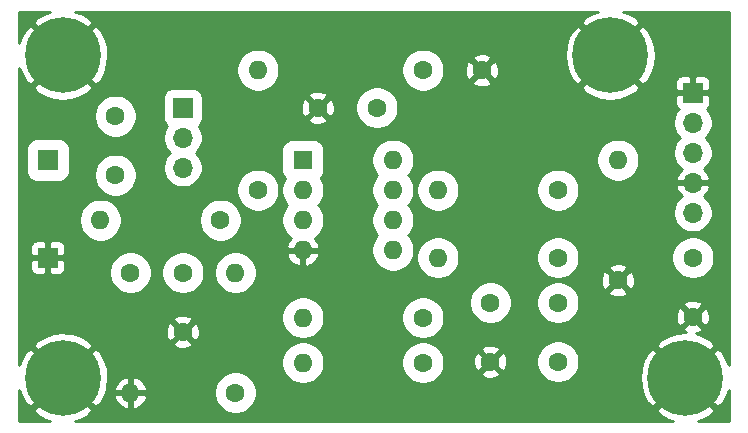
<source format=gbr>
%TF.GenerationSoftware,KiCad,Pcbnew,(5.1.6)-1*%
%TF.CreationDate,2020-11-02T08:51:04-08:00*%
%TF.ProjectId,Input_Signal_Conditioner,496e7075-745f-4536-9967-6e616c5f436f,A*%
%TF.SameCoordinates,Original*%
%TF.FileFunction,Copper,L1,Top*%
%TF.FilePolarity,Positive*%
%FSLAX46Y46*%
G04 Gerber Fmt 4.6, Leading zero omitted, Abs format (unit mm)*
G04 Created by KiCad (PCBNEW (5.1.6)-1) date 2020-11-02 08:51:04*
%MOMM*%
%LPD*%
G01*
G04 APERTURE LIST*
%TA.AperFunction,ComponentPad*%
%ADD10R,1.700000X1.700000*%
%TD*%
%TA.AperFunction,ComponentPad*%
%ADD11O,1.700000X1.700000*%
%TD*%
%TA.AperFunction,ComponentPad*%
%ADD12C,1.600000*%
%TD*%
%TA.AperFunction,ComponentPad*%
%ADD13O,1.600000X1.600000*%
%TD*%
%TA.AperFunction,ComponentPad*%
%ADD14R,1.600000X1.600000*%
%TD*%
%TA.AperFunction,ComponentPad*%
%ADD15C,6.400000*%
%TD*%
%TA.AperFunction,ViaPad*%
%ADD16C,1.400000*%
%TD*%
%TA.AperFunction,Conductor*%
%ADD17C,0.254000*%
%TD*%
G04 APERTURE END LIST*
D10*
%TO.P,J4,1*%
%TO.N,BYPASS*%
X124460000Y-69215000D03*
D11*
%TO.P,J4,2*%
%TO.N,Net-(C1-Pad1)*%
X124460000Y-71755000D03*
%TO.P,J4,3*%
%TO.N,/AMP_IN*%
X124460000Y-74295000D03*
%TD*%
D10*
%TO.P,J1,1*%
%TO.N,MIC_IN+*%
X113030000Y-73660000D03*
%TD*%
%TO.P,J2,1*%
%TO.N,GND*%
X113030000Y-81915000D03*
%TD*%
%TO.P,J3,1*%
%TO.N,GND*%
X167640000Y-67945000D03*
D11*
%TO.P,J3,2*%
%TO.N,BYPASS*%
X167640000Y-70485000D03*
%TO.P,J3,3*%
%TO.N,ADC_IN*%
X167640000Y-73025000D03*
%TO.P,J3,4*%
%TO.N,GND*%
X167640000Y-75565000D03*
%TO.P,J3,5*%
%TO.N,3.3V*%
X167640000Y-78105000D03*
%TD*%
D12*
%TO.P,C1,1*%
%TO.N,Net-(C1-Pad1)*%
X118745000Y-74930000D03*
%TO.P,C1,2*%
%TO.N,MIC_IN+*%
X118745000Y-69930000D03*
%TD*%
%TO.P,C2,2*%
%TO.N,GND*%
X124460000Y-88185000D03*
%TO.P,C2,1*%
%TO.N,Net-(C2-Pad1)*%
X124460000Y-83185000D03*
%TD*%
%TO.P,C3,1*%
%TO.N,Net-(C3-Pad1)*%
X144780000Y-66040000D03*
%TO.P,C3,2*%
%TO.N,GND*%
X149780000Y-66040000D03*
%TD*%
%TO.P,C4,2*%
%TO.N,GND*%
X150495000Y-90725000D03*
%TO.P,C4,1*%
%TO.N,Net-(C4-Pad1)*%
X150495000Y-85725000D03*
%TD*%
%TO.P,C5,1*%
%TO.N,/FILT_OUT*%
X156210000Y-85725000D03*
%TO.P,C5,2*%
%TO.N,Net-(C5-Pad2)*%
X156210000Y-90725000D03*
%TD*%
%TO.P,C6,2*%
%TO.N,GND*%
X167640000Y-86915000D03*
%TO.P,C6,1*%
%TO.N,3.3V*%
X167640000Y-81915000D03*
%TD*%
D13*
%TO.P,R1,2*%
%TO.N,Net-(C2-Pad1)*%
X128905000Y-83185000D03*
D12*
%TO.P,R1,1*%
%TO.N,3.3V*%
X128905000Y-93345000D03*
%TD*%
%TO.P,R2,1*%
%TO.N,Net-(C2-Pad1)*%
X120015000Y-83185000D03*
D13*
%TO.P,R2,2*%
%TO.N,GND*%
X120015000Y-93345000D03*
%TD*%
%TO.P,R3,2*%
%TO.N,Net-(C2-Pad1)*%
X117475000Y-78740000D03*
D12*
%TO.P,R3,1*%
%TO.N,/AMP_IN*%
X127635000Y-78740000D03*
%TD*%
%TO.P,R4,1*%
%TO.N,Net-(R4-Pad1)*%
X130810000Y-76200000D03*
D13*
%TO.P,R4,2*%
%TO.N,Net-(C3-Pad1)*%
X130810000Y-66040000D03*
%TD*%
%TO.P,R5,2*%
%TO.N,Net-(R4-Pad1)*%
X134620000Y-86995000D03*
D12*
%TO.P,R5,1*%
%TO.N,/FILT_IN*%
X144780000Y-86995000D03*
%TD*%
D13*
%TO.P,R6,2*%
%TO.N,/FILT_IN*%
X134620000Y-90805000D03*
D12*
%TO.P,R6,1*%
%TO.N,Net-(C5-Pad2)*%
X144780000Y-90805000D03*
%TD*%
%TO.P,R7,1*%
%TO.N,Net-(C5-Pad2)*%
X156210000Y-81915000D03*
D13*
%TO.P,R7,2*%
%TO.N,Net-(C4-Pad1)*%
X146050000Y-81915000D03*
%TD*%
D12*
%TO.P,R8,1*%
%TO.N,ADC_IN*%
X156210000Y-76200000D03*
D13*
%TO.P,R8,2*%
%TO.N,/FILT_OUT*%
X146050000Y-76200000D03*
%TD*%
D12*
%TO.P,R9,1*%
%TO.N,GND*%
X161290000Y-83820000D03*
D13*
%TO.P,R9,2*%
%TO.N,ADC_IN*%
X161290000Y-73660000D03*
%TD*%
D14*
%TO.P,U1,1*%
%TO.N,/FILT_IN*%
X134620000Y-73660000D03*
D13*
%TO.P,U1,5*%
%TO.N,Net-(C4-Pad1)*%
X142240000Y-81280000D03*
%TO.P,U1,2*%
%TO.N,Net-(R4-Pad1)*%
X134620000Y-76200000D03*
%TO.P,U1,6*%
%TO.N,/FILT_OUT*%
X142240000Y-78740000D03*
%TO.P,U1,3*%
%TO.N,/AMP_IN*%
X134620000Y-78740000D03*
%TO.P,U1,7*%
%TO.N,/FILT_OUT*%
X142240000Y-76200000D03*
%TO.P,U1,4*%
%TO.N,GND*%
X134620000Y-81280000D03*
%TO.P,U1,8*%
%TO.N,3.3V*%
X142240000Y-73660000D03*
%TD*%
D15*
%TO.P,H1,1*%
%TO.N,GND*%
X114300000Y-64770000D03*
%TD*%
%TO.P,H2,1*%
%TO.N,GND*%
X160655000Y-64770000D03*
%TD*%
%TO.P,H3,1*%
%TO.N,GND*%
X167005000Y-92075000D03*
%TD*%
%TO.P,H4,1*%
%TO.N,GND*%
X114300000Y-92075000D03*
%TD*%
D12*
%TO.P,C7,1*%
%TO.N,GND*%
X135890000Y-69215000D03*
%TO.P,C7,2*%
%TO.N,3.3V*%
X140890000Y-69215000D03*
%TD*%
D16*
%TO.N,GND*%
X163830000Y-81280000D03*
X154305000Y-73025000D03*
X146050000Y-79375000D03*
X139065000Y-84455000D03*
%TD*%
D17*
%TO.N,GND*%
G36*
X112847792Y-61200548D02*
G01*
X112179330Y-61552445D01*
X112138912Y-61579452D01*
X111778724Y-62069119D01*
X114300000Y-64590395D01*
X116821276Y-62069119D01*
X116461088Y-61579452D01*
X115797118Y-61219151D01*
X115371165Y-61087000D01*
X159585789Y-61087000D01*
X159202792Y-61200548D01*
X158534330Y-61552445D01*
X158493912Y-61579452D01*
X158133724Y-62069119D01*
X160655000Y-64590395D01*
X163176276Y-62069119D01*
X162816088Y-61579452D01*
X162152118Y-61219151D01*
X161726165Y-61087000D01*
X170688000Y-61087000D01*
X170688000Y-91005789D01*
X170574452Y-90622792D01*
X170222555Y-89954330D01*
X170195548Y-89913912D01*
X169705881Y-89553724D01*
X167184605Y-92075000D01*
X169705881Y-94596276D01*
X170195548Y-94236088D01*
X170555849Y-93572118D01*
X170688000Y-93146165D01*
X170688000Y-95758000D01*
X168074211Y-95758000D01*
X168457208Y-95644452D01*
X169125670Y-95292555D01*
X169166088Y-95265548D01*
X169526276Y-94775881D01*
X167005000Y-92254605D01*
X164483724Y-94775881D01*
X164843912Y-95265548D01*
X165507882Y-95625849D01*
X165933835Y-95758000D01*
X115369211Y-95758000D01*
X115752208Y-95644452D01*
X116420670Y-95292555D01*
X116461088Y-95265548D01*
X116821276Y-94775881D01*
X114300000Y-92254605D01*
X111778724Y-94775881D01*
X112138912Y-95265548D01*
X112802882Y-95625849D01*
X113228835Y-95758000D01*
X110617000Y-95758000D01*
X110617000Y-93144211D01*
X110730548Y-93527208D01*
X111082445Y-94195670D01*
X111109452Y-94236088D01*
X111599119Y-94596276D01*
X114120395Y-92075000D01*
X114479605Y-92075000D01*
X117000881Y-94596276D01*
X117490548Y-94236088D01*
X117784688Y-93694040D01*
X118623091Y-93694040D01*
X118717930Y-93958881D01*
X118862615Y-94200131D01*
X119051586Y-94408519D01*
X119277580Y-94576037D01*
X119531913Y-94696246D01*
X119665961Y-94736904D01*
X119888000Y-94614915D01*
X119888000Y-93472000D01*
X120142000Y-93472000D01*
X120142000Y-94614915D01*
X120364039Y-94736904D01*
X120498087Y-94696246D01*
X120752420Y-94576037D01*
X120978414Y-94408519D01*
X121167385Y-94200131D01*
X121312070Y-93958881D01*
X121406909Y-93694040D01*
X121285624Y-93472000D01*
X120142000Y-93472000D01*
X119888000Y-93472000D01*
X118744376Y-93472000D01*
X118623091Y-93694040D01*
X117784688Y-93694040D01*
X117850849Y-93572118D01*
X118029600Y-92995960D01*
X118623091Y-92995960D01*
X118744376Y-93218000D01*
X119888000Y-93218000D01*
X119888000Y-92075085D01*
X120142000Y-92075085D01*
X120142000Y-93218000D01*
X121285624Y-93218000D01*
X121314543Y-93165056D01*
X127078000Y-93165056D01*
X127078000Y-93524944D01*
X127148211Y-93877916D01*
X127285934Y-94210409D01*
X127485876Y-94509645D01*
X127740355Y-94764124D01*
X128039591Y-94964066D01*
X128372084Y-95101789D01*
X128725056Y-95172000D01*
X129084944Y-95172000D01*
X129437916Y-95101789D01*
X129770409Y-94964066D01*
X130069645Y-94764124D01*
X130324124Y-94509645D01*
X130524066Y-94210409D01*
X130661789Y-93877916D01*
X130732000Y-93524944D01*
X130732000Y-93165056D01*
X130661789Y-92812084D01*
X130524066Y-92479591D01*
X130324124Y-92180355D01*
X130069645Y-91925876D01*
X129770409Y-91725934D01*
X129437916Y-91588211D01*
X129084944Y-91518000D01*
X128725056Y-91518000D01*
X128372084Y-91588211D01*
X128039591Y-91725934D01*
X127740355Y-91925876D01*
X127485876Y-92180355D01*
X127285934Y-92479591D01*
X127148211Y-92812084D01*
X127078000Y-93165056D01*
X121314543Y-93165056D01*
X121406909Y-92995960D01*
X121312070Y-92731119D01*
X121167385Y-92489869D01*
X120978414Y-92281481D01*
X120752420Y-92113963D01*
X120498087Y-91993754D01*
X120364039Y-91953096D01*
X120142000Y-92075085D01*
X119888000Y-92075085D01*
X119665961Y-91953096D01*
X119531913Y-91993754D01*
X119277580Y-92113963D01*
X119051586Y-92281481D01*
X118862615Y-92489869D01*
X118717930Y-92731119D01*
X118623091Y-92995960D01*
X118029600Y-92995960D01*
X118074694Y-92850615D01*
X118153480Y-92099305D01*
X118084178Y-91347062D01*
X117870124Y-90625056D01*
X132793000Y-90625056D01*
X132793000Y-90984944D01*
X132863211Y-91337916D01*
X133000934Y-91670409D01*
X133200876Y-91969645D01*
X133455355Y-92224124D01*
X133754591Y-92424066D01*
X134087084Y-92561789D01*
X134440056Y-92632000D01*
X134799944Y-92632000D01*
X135152916Y-92561789D01*
X135485409Y-92424066D01*
X135784645Y-92224124D01*
X136039124Y-91969645D01*
X136239066Y-91670409D01*
X136376789Y-91337916D01*
X136447000Y-90984944D01*
X136447000Y-90625056D01*
X142953000Y-90625056D01*
X142953000Y-90984944D01*
X143023211Y-91337916D01*
X143160934Y-91670409D01*
X143360876Y-91969645D01*
X143615355Y-92224124D01*
X143914591Y-92424066D01*
X144247084Y-92561789D01*
X144600056Y-92632000D01*
X144959944Y-92632000D01*
X145312916Y-92561789D01*
X145645409Y-92424066D01*
X145944645Y-92224124D01*
X146199124Y-91969645D01*
X146367466Y-91717702D01*
X149681903Y-91717702D01*
X149753486Y-91961671D01*
X150008996Y-92082571D01*
X150283184Y-92151300D01*
X150565512Y-92165217D01*
X150845130Y-92123787D01*
X151111292Y-92028603D01*
X151236514Y-91961671D01*
X151308097Y-91717702D01*
X150495000Y-90904605D01*
X149681903Y-91717702D01*
X146367466Y-91717702D01*
X146399066Y-91670409D01*
X146536789Y-91337916D01*
X146607000Y-90984944D01*
X146607000Y-90795512D01*
X149054783Y-90795512D01*
X149096213Y-91075130D01*
X149191397Y-91341292D01*
X149258329Y-91466514D01*
X149502298Y-91538097D01*
X150315395Y-90725000D01*
X150674605Y-90725000D01*
X151487702Y-91538097D01*
X151731671Y-91466514D01*
X151852571Y-91211004D01*
X151921300Y-90936816D01*
X151935217Y-90654488D01*
X151919003Y-90545056D01*
X154383000Y-90545056D01*
X154383000Y-90904944D01*
X154453211Y-91257916D01*
X154590934Y-91590409D01*
X154790876Y-91889645D01*
X155045355Y-92144124D01*
X155344591Y-92344066D01*
X155677084Y-92481789D01*
X156030056Y-92552000D01*
X156389944Y-92552000D01*
X156742916Y-92481789D01*
X157075409Y-92344066D01*
X157374645Y-92144124D01*
X157468074Y-92050695D01*
X163151520Y-92050695D01*
X163220822Y-92802938D01*
X163435548Y-93527208D01*
X163787445Y-94195670D01*
X163814452Y-94236088D01*
X164304119Y-94596276D01*
X166825395Y-92075000D01*
X164304119Y-89553724D01*
X163814452Y-89913912D01*
X163454151Y-90577882D01*
X163230306Y-91299385D01*
X163151520Y-92050695D01*
X157468074Y-92050695D01*
X157629124Y-91889645D01*
X157829066Y-91590409D01*
X157966789Y-91257916D01*
X158037000Y-90904944D01*
X158037000Y-90545056D01*
X157966789Y-90192084D01*
X157829066Y-89859591D01*
X157629124Y-89560355D01*
X157442888Y-89374119D01*
X164483724Y-89374119D01*
X167005000Y-91895395D01*
X169526276Y-89374119D01*
X169166088Y-88884452D01*
X168502118Y-88524151D01*
X167877741Y-88330439D01*
X167990130Y-88313787D01*
X168256292Y-88218603D01*
X168381514Y-88151671D01*
X168453097Y-87907702D01*
X167640000Y-87094605D01*
X166826903Y-87907702D01*
X166898486Y-88151671D01*
X167050888Y-88223783D01*
X167029305Y-88221520D01*
X166277062Y-88290822D01*
X165552792Y-88505548D01*
X164884330Y-88857445D01*
X164843912Y-88884452D01*
X164483724Y-89374119D01*
X157442888Y-89374119D01*
X157374645Y-89305876D01*
X157075409Y-89105934D01*
X156742916Y-88968211D01*
X156389944Y-88898000D01*
X156030056Y-88898000D01*
X155677084Y-88968211D01*
X155344591Y-89105934D01*
X155045355Y-89305876D01*
X154790876Y-89560355D01*
X154590934Y-89859591D01*
X154453211Y-90192084D01*
X154383000Y-90545056D01*
X151919003Y-90545056D01*
X151893787Y-90374870D01*
X151798603Y-90108708D01*
X151731671Y-89983486D01*
X151487702Y-89911903D01*
X150674605Y-90725000D01*
X150315395Y-90725000D01*
X149502298Y-89911903D01*
X149258329Y-89983486D01*
X149137429Y-90238996D01*
X149068700Y-90513184D01*
X149054783Y-90795512D01*
X146607000Y-90795512D01*
X146607000Y-90625056D01*
X146536789Y-90272084D01*
X146399066Y-89939591D01*
X146260559Y-89732298D01*
X149681903Y-89732298D01*
X150495000Y-90545395D01*
X151308097Y-89732298D01*
X151236514Y-89488329D01*
X150981004Y-89367429D01*
X150706816Y-89298700D01*
X150424488Y-89284783D01*
X150144870Y-89326213D01*
X149878708Y-89421397D01*
X149753486Y-89488329D01*
X149681903Y-89732298D01*
X146260559Y-89732298D01*
X146199124Y-89640355D01*
X145944645Y-89385876D01*
X145645409Y-89185934D01*
X145312916Y-89048211D01*
X144959944Y-88978000D01*
X144600056Y-88978000D01*
X144247084Y-89048211D01*
X143914591Y-89185934D01*
X143615355Y-89385876D01*
X143360876Y-89640355D01*
X143160934Y-89939591D01*
X143023211Y-90272084D01*
X142953000Y-90625056D01*
X136447000Y-90625056D01*
X136376789Y-90272084D01*
X136239066Y-89939591D01*
X136039124Y-89640355D01*
X135784645Y-89385876D01*
X135485409Y-89185934D01*
X135152916Y-89048211D01*
X134799944Y-88978000D01*
X134440056Y-88978000D01*
X134087084Y-89048211D01*
X133754591Y-89185934D01*
X133455355Y-89385876D01*
X133200876Y-89640355D01*
X133000934Y-89939591D01*
X132863211Y-90272084D01*
X132793000Y-90625056D01*
X117870124Y-90625056D01*
X117869452Y-90622792D01*
X117517555Y-89954330D01*
X117490548Y-89913912D01*
X117000881Y-89553724D01*
X114479605Y-92075000D01*
X114120395Y-92075000D01*
X111599119Y-89553724D01*
X111109452Y-89913912D01*
X110749151Y-90577882D01*
X110617000Y-91003835D01*
X110617000Y-89374119D01*
X111778724Y-89374119D01*
X114300000Y-91895395D01*
X116821276Y-89374119D01*
X116676797Y-89177702D01*
X123646903Y-89177702D01*
X123718486Y-89421671D01*
X123973996Y-89542571D01*
X124248184Y-89611300D01*
X124530512Y-89625217D01*
X124810130Y-89583787D01*
X125076292Y-89488603D01*
X125201514Y-89421671D01*
X125273097Y-89177702D01*
X124460000Y-88364605D01*
X123646903Y-89177702D01*
X116676797Y-89177702D01*
X116461088Y-88884452D01*
X115797118Y-88524151D01*
X115075615Y-88300306D01*
X114648456Y-88255512D01*
X123019783Y-88255512D01*
X123061213Y-88535130D01*
X123156397Y-88801292D01*
X123223329Y-88926514D01*
X123467298Y-88998097D01*
X124280395Y-88185000D01*
X124639605Y-88185000D01*
X125452702Y-88998097D01*
X125696671Y-88926514D01*
X125817571Y-88671004D01*
X125886300Y-88396816D01*
X125900217Y-88114488D01*
X125858787Y-87834870D01*
X125763603Y-87568708D01*
X125696671Y-87443486D01*
X125452702Y-87371903D01*
X124639605Y-88185000D01*
X124280395Y-88185000D01*
X123467298Y-87371903D01*
X123223329Y-87443486D01*
X123102429Y-87698996D01*
X123033700Y-87973184D01*
X123019783Y-88255512D01*
X114648456Y-88255512D01*
X114324305Y-88221520D01*
X113572062Y-88290822D01*
X112847792Y-88505548D01*
X112179330Y-88857445D01*
X112138912Y-88884452D01*
X111778724Y-89374119D01*
X110617000Y-89374119D01*
X110617000Y-87192298D01*
X123646903Y-87192298D01*
X124460000Y-88005395D01*
X125273097Y-87192298D01*
X125201514Y-86948329D01*
X124946004Y-86827429D01*
X124896644Y-86815056D01*
X132793000Y-86815056D01*
X132793000Y-87174944D01*
X132863211Y-87527916D01*
X133000934Y-87860409D01*
X133200876Y-88159645D01*
X133455355Y-88414124D01*
X133754591Y-88614066D01*
X134087084Y-88751789D01*
X134440056Y-88822000D01*
X134799944Y-88822000D01*
X135152916Y-88751789D01*
X135485409Y-88614066D01*
X135784645Y-88414124D01*
X136039124Y-88159645D01*
X136239066Y-87860409D01*
X136376789Y-87527916D01*
X136447000Y-87174944D01*
X136447000Y-86815056D01*
X142953000Y-86815056D01*
X142953000Y-87174944D01*
X143023211Y-87527916D01*
X143160934Y-87860409D01*
X143360876Y-88159645D01*
X143615355Y-88414124D01*
X143914591Y-88614066D01*
X144247084Y-88751789D01*
X144600056Y-88822000D01*
X144959944Y-88822000D01*
X145312916Y-88751789D01*
X145645409Y-88614066D01*
X145944645Y-88414124D01*
X146199124Y-88159645D01*
X146399066Y-87860409D01*
X146536789Y-87527916D01*
X146607000Y-87174944D01*
X146607000Y-86815056D01*
X146536789Y-86462084D01*
X146399066Y-86129591D01*
X146199124Y-85830355D01*
X145944645Y-85575876D01*
X145898520Y-85545056D01*
X148668000Y-85545056D01*
X148668000Y-85904944D01*
X148738211Y-86257916D01*
X148875934Y-86590409D01*
X149075876Y-86889645D01*
X149330355Y-87144124D01*
X149629591Y-87344066D01*
X149962084Y-87481789D01*
X150315056Y-87552000D01*
X150674944Y-87552000D01*
X151027916Y-87481789D01*
X151360409Y-87344066D01*
X151659645Y-87144124D01*
X151914124Y-86889645D01*
X152114066Y-86590409D01*
X152251789Y-86257916D01*
X152322000Y-85904944D01*
X152322000Y-85545056D01*
X154383000Y-85545056D01*
X154383000Y-85904944D01*
X154453211Y-86257916D01*
X154590934Y-86590409D01*
X154790876Y-86889645D01*
X155045355Y-87144124D01*
X155344591Y-87344066D01*
X155677084Y-87481789D01*
X156030056Y-87552000D01*
X156389944Y-87552000D01*
X156742916Y-87481789D01*
X157075409Y-87344066D01*
X157374645Y-87144124D01*
X157533257Y-86985512D01*
X166199783Y-86985512D01*
X166241213Y-87265130D01*
X166336397Y-87531292D01*
X166403329Y-87656514D01*
X166647298Y-87728097D01*
X167460395Y-86915000D01*
X167819605Y-86915000D01*
X168632702Y-87728097D01*
X168876671Y-87656514D01*
X168997571Y-87401004D01*
X169066300Y-87126816D01*
X169080217Y-86844488D01*
X169038787Y-86564870D01*
X168943603Y-86298708D01*
X168876671Y-86173486D01*
X168632702Y-86101903D01*
X167819605Y-86915000D01*
X167460395Y-86915000D01*
X166647298Y-86101903D01*
X166403329Y-86173486D01*
X166282429Y-86428996D01*
X166213700Y-86703184D01*
X166199783Y-86985512D01*
X157533257Y-86985512D01*
X157629124Y-86889645D01*
X157829066Y-86590409D01*
X157966789Y-86257916D01*
X158033548Y-85922298D01*
X166826903Y-85922298D01*
X167640000Y-86735395D01*
X168453097Y-85922298D01*
X168381514Y-85678329D01*
X168126004Y-85557429D01*
X167851816Y-85488700D01*
X167569488Y-85474783D01*
X167289870Y-85516213D01*
X167023708Y-85611397D01*
X166898486Y-85678329D01*
X166826903Y-85922298D01*
X158033548Y-85922298D01*
X158037000Y-85904944D01*
X158037000Y-85545056D01*
X157966789Y-85192084D01*
X157829066Y-84859591D01*
X157797736Y-84812702D01*
X160476903Y-84812702D01*
X160548486Y-85056671D01*
X160803996Y-85177571D01*
X161078184Y-85246300D01*
X161360512Y-85260217D01*
X161640130Y-85218787D01*
X161906292Y-85123603D01*
X162031514Y-85056671D01*
X162103097Y-84812702D01*
X161290000Y-83999605D01*
X160476903Y-84812702D01*
X157797736Y-84812702D01*
X157629124Y-84560355D01*
X157374645Y-84305876D01*
X157075409Y-84105934D01*
X156742916Y-83968211D01*
X156389944Y-83898000D01*
X156030056Y-83898000D01*
X155677084Y-83968211D01*
X155344591Y-84105934D01*
X155045355Y-84305876D01*
X154790876Y-84560355D01*
X154590934Y-84859591D01*
X154453211Y-85192084D01*
X154383000Y-85545056D01*
X152322000Y-85545056D01*
X152251789Y-85192084D01*
X152114066Y-84859591D01*
X151914124Y-84560355D01*
X151659645Y-84305876D01*
X151360409Y-84105934D01*
X151027916Y-83968211D01*
X150674944Y-83898000D01*
X150315056Y-83898000D01*
X149962084Y-83968211D01*
X149629591Y-84105934D01*
X149330355Y-84305876D01*
X149075876Y-84560355D01*
X148875934Y-84859591D01*
X148738211Y-85192084D01*
X148668000Y-85545056D01*
X145898520Y-85545056D01*
X145645409Y-85375934D01*
X145312916Y-85238211D01*
X144959944Y-85168000D01*
X144600056Y-85168000D01*
X144247084Y-85238211D01*
X143914591Y-85375934D01*
X143615355Y-85575876D01*
X143360876Y-85830355D01*
X143160934Y-86129591D01*
X143023211Y-86462084D01*
X142953000Y-86815056D01*
X136447000Y-86815056D01*
X136376789Y-86462084D01*
X136239066Y-86129591D01*
X136039124Y-85830355D01*
X135784645Y-85575876D01*
X135485409Y-85375934D01*
X135152916Y-85238211D01*
X134799944Y-85168000D01*
X134440056Y-85168000D01*
X134087084Y-85238211D01*
X133754591Y-85375934D01*
X133455355Y-85575876D01*
X133200876Y-85830355D01*
X133000934Y-86129591D01*
X132863211Y-86462084D01*
X132793000Y-86815056D01*
X124896644Y-86815056D01*
X124671816Y-86758700D01*
X124389488Y-86744783D01*
X124109870Y-86786213D01*
X123843708Y-86881397D01*
X123718486Y-86948329D01*
X123646903Y-87192298D01*
X110617000Y-87192298D01*
X110617000Y-82765000D01*
X111541928Y-82765000D01*
X111554188Y-82889482D01*
X111590498Y-83009180D01*
X111649463Y-83119494D01*
X111728815Y-83216185D01*
X111825506Y-83295537D01*
X111935820Y-83354502D01*
X112055518Y-83390812D01*
X112180000Y-83403072D01*
X112744250Y-83400000D01*
X112903000Y-83241250D01*
X112903000Y-82042000D01*
X113157000Y-82042000D01*
X113157000Y-83241250D01*
X113315750Y-83400000D01*
X113880000Y-83403072D01*
X114004482Y-83390812D01*
X114124180Y-83354502D01*
X114234494Y-83295537D01*
X114331185Y-83216185D01*
X114410537Y-83119494D01*
X114469502Y-83009180D01*
X114470753Y-83005056D01*
X118188000Y-83005056D01*
X118188000Y-83364944D01*
X118258211Y-83717916D01*
X118395934Y-84050409D01*
X118595876Y-84349645D01*
X118850355Y-84604124D01*
X119149591Y-84804066D01*
X119482084Y-84941789D01*
X119835056Y-85012000D01*
X120194944Y-85012000D01*
X120547916Y-84941789D01*
X120880409Y-84804066D01*
X121179645Y-84604124D01*
X121434124Y-84349645D01*
X121634066Y-84050409D01*
X121771789Y-83717916D01*
X121842000Y-83364944D01*
X121842000Y-83005056D01*
X122633000Y-83005056D01*
X122633000Y-83364944D01*
X122703211Y-83717916D01*
X122840934Y-84050409D01*
X123040876Y-84349645D01*
X123295355Y-84604124D01*
X123594591Y-84804066D01*
X123927084Y-84941789D01*
X124280056Y-85012000D01*
X124639944Y-85012000D01*
X124992916Y-84941789D01*
X125325409Y-84804066D01*
X125624645Y-84604124D01*
X125879124Y-84349645D01*
X126079066Y-84050409D01*
X126216789Y-83717916D01*
X126287000Y-83364944D01*
X126287000Y-83005056D01*
X127078000Y-83005056D01*
X127078000Y-83364944D01*
X127148211Y-83717916D01*
X127285934Y-84050409D01*
X127485876Y-84349645D01*
X127740355Y-84604124D01*
X128039591Y-84804066D01*
X128372084Y-84941789D01*
X128725056Y-85012000D01*
X129084944Y-85012000D01*
X129437916Y-84941789D01*
X129770409Y-84804066D01*
X130069645Y-84604124D01*
X130324124Y-84349645D01*
X130524066Y-84050409D01*
X130590297Y-83890512D01*
X159849783Y-83890512D01*
X159891213Y-84170130D01*
X159986397Y-84436292D01*
X160053329Y-84561514D01*
X160297298Y-84633097D01*
X161110395Y-83820000D01*
X161469605Y-83820000D01*
X162282702Y-84633097D01*
X162526671Y-84561514D01*
X162647571Y-84306004D01*
X162716300Y-84031816D01*
X162730217Y-83749488D01*
X162688787Y-83469870D01*
X162593603Y-83203708D01*
X162526671Y-83078486D01*
X162282702Y-83006903D01*
X161469605Y-83820000D01*
X161110395Y-83820000D01*
X160297298Y-83006903D01*
X160053329Y-83078486D01*
X159932429Y-83333996D01*
X159863700Y-83608184D01*
X159849783Y-83890512D01*
X130590297Y-83890512D01*
X130661789Y-83717916D01*
X130732000Y-83364944D01*
X130732000Y-83005056D01*
X130661789Y-82652084D01*
X130524066Y-82319591D01*
X130324124Y-82020355D01*
X130069645Y-81765876D01*
X129864853Y-81629039D01*
X133228096Y-81629039D01*
X133268754Y-81763087D01*
X133388963Y-82017420D01*
X133556481Y-82243414D01*
X133764869Y-82432385D01*
X134006119Y-82577070D01*
X134270960Y-82671909D01*
X134493000Y-82550624D01*
X134493000Y-81407000D01*
X134747000Y-81407000D01*
X134747000Y-82550624D01*
X134969040Y-82671909D01*
X135233881Y-82577070D01*
X135475131Y-82432385D01*
X135683519Y-82243414D01*
X135851037Y-82017420D01*
X135971246Y-81763087D01*
X136011904Y-81629039D01*
X135889915Y-81407000D01*
X134747000Y-81407000D01*
X134493000Y-81407000D01*
X133350085Y-81407000D01*
X133228096Y-81629039D01*
X129864853Y-81629039D01*
X129770409Y-81565934D01*
X129437916Y-81428211D01*
X129084944Y-81358000D01*
X128725056Y-81358000D01*
X128372084Y-81428211D01*
X128039591Y-81565934D01*
X127740355Y-81765876D01*
X127485876Y-82020355D01*
X127285934Y-82319591D01*
X127148211Y-82652084D01*
X127078000Y-83005056D01*
X126287000Y-83005056D01*
X126216789Y-82652084D01*
X126079066Y-82319591D01*
X125879124Y-82020355D01*
X125624645Y-81765876D01*
X125325409Y-81565934D01*
X124992916Y-81428211D01*
X124639944Y-81358000D01*
X124280056Y-81358000D01*
X123927084Y-81428211D01*
X123594591Y-81565934D01*
X123295355Y-81765876D01*
X123040876Y-82020355D01*
X122840934Y-82319591D01*
X122703211Y-82652084D01*
X122633000Y-83005056D01*
X121842000Y-83005056D01*
X121771789Y-82652084D01*
X121634066Y-82319591D01*
X121434124Y-82020355D01*
X121179645Y-81765876D01*
X120880409Y-81565934D01*
X120547916Y-81428211D01*
X120194944Y-81358000D01*
X119835056Y-81358000D01*
X119482084Y-81428211D01*
X119149591Y-81565934D01*
X118850355Y-81765876D01*
X118595876Y-82020355D01*
X118395934Y-82319591D01*
X118258211Y-82652084D01*
X118188000Y-83005056D01*
X114470753Y-83005056D01*
X114505812Y-82889482D01*
X114518072Y-82765000D01*
X114515000Y-82200750D01*
X114356250Y-82042000D01*
X113157000Y-82042000D01*
X112903000Y-82042000D01*
X111703750Y-82042000D01*
X111545000Y-82200750D01*
X111541928Y-82765000D01*
X110617000Y-82765000D01*
X110617000Y-81065000D01*
X111541928Y-81065000D01*
X111545000Y-81629250D01*
X111703750Y-81788000D01*
X112903000Y-81788000D01*
X112903000Y-80588750D01*
X113157000Y-80588750D01*
X113157000Y-81788000D01*
X114356250Y-81788000D01*
X114515000Y-81629250D01*
X114518072Y-81065000D01*
X114505812Y-80940518D01*
X114469502Y-80820820D01*
X114410537Y-80710506D01*
X114331185Y-80613815D01*
X114234494Y-80534463D01*
X114124180Y-80475498D01*
X114004482Y-80439188D01*
X113880000Y-80426928D01*
X113315750Y-80430000D01*
X113157000Y-80588750D01*
X112903000Y-80588750D01*
X112744250Y-80430000D01*
X112180000Y-80426928D01*
X112055518Y-80439188D01*
X111935820Y-80475498D01*
X111825506Y-80534463D01*
X111728815Y-80613815D01*
X111649463Y-80710506D01*
X111590498Y-80820820D01*
X111554188Y-80940518D01*
X111541928Y-81065000D01*
X110617000Y-81065000D01*
X110617000Y-78560056D01*
X115648000Y-78560056D01*
X115648000Y-78919944D01*
X115718211Y-79272916D01*
X115855934Y-79605409D01*
X116055876Y-79904645D01*
X116310355Y-80159124D01*
X116609591Y-80359066D01*
X116942084Y-80496789D01*
X117295056Y-80567000D01*
X117654944Y-80567000D01*
X118007916Y-80496789D01*
X118340409Y-80359066D01*
X118639645Y-80159124D01*
X118894124Y-79904645D01*
X119094066Y-79605409D01*
X119231789Y-79272916D01*
X119302000Y-78919944D01*
X119302000Y-78560056D01*
X125808000Y-78560056D01*
X125808000Y-78919944D01*
X125878211Y-79272916D01*
X126015934Y-79605409D01*
X126215876Y-79904645D01*
X126470355Y-80159124D01*
X126769591Y-80359066D01*
X127102084Y-80496789D01*
X127455056Y-80567000D01*
X127814944Y-80567000D01*
X128167916Y-80496789D01*
X128500409Y-80359066D01*
X128799645Y-80159124D01*
X129054124Y-79904645D01*
X129254066Y-79605409D01*
X129391789Y-79272916D01*
X129462000Y-78919944D01*
X129462000Y-78560056D01*
X129391789Y-78207084D01*
X129254066Y-77874591D01*
X129054124Y-77575355D01*
X128799645Y-77320876D01*
X128500409Y-77120934D01*
X128167916Y-76983211D01*
X127814944Y-76913000D01*
X127455056Y-76913000D01*
X127102084Y-76983211D01*
X126769591Y-77120934D01*
X126470355Y-77320876D01*
X126215876Y-77575355D01*
X126015934Y-77874591D01*
X125878211Y-78207084D01*
X125808000Y-78560056D01*
X119302000Y-78560056D01*
X119231789Y-78207084D01*
X119094066Y-77874591D01*
X118894124Y-77575355D01*
X118639645Y-77320876D01*
X118340409Y-77120934D01*
X118007916Y-76983211D01*
X117654944Y-76913000D01*
X117295056Y-76913000D01*
X116942084Y-76983211D01*
X116609591Y-77120934D01*
X116310355Y-77320876D01*
X116055876Y-77575355D01*
X115855934Y-77874591D01*
X115718211Y-78207084D01*
X115648000Y-78560056D01*
X110617000Y-78560056D01*
X110617000Y-72810000D01*
X111148031Y-72810000D01*
X111148031Y-74510000D01*
X111167860Y-74711327D01*
X111226585Y-74904917D01*
X111321949Y-75083331D01*
X111450288Y-75239712D01*
X111606669Y-75368051D01*
X111785083Y-75463415D01*
X111978673Y-75522140D01*
X112180000Y-75541969D01*
X113880000Y-75541969D01*
X114081327Y-75522140D01*
X114274917Y-75463415D01*
X114453331Y-75368051D01*
X114609712Y-75239712D01*
X114738051Y-75083331D01*
X114833415Y-74904917D01*
X114880391Y-74750056D01*
X116918000Y-74750056D01*
X116918000Y-75109944D01*
X116988211Y-75462916D01*
X117125934Y-75795409D01*
X117325876Y-76094645D01*
X117580355Y-76349124D01*
X117879591Y-76549066D01*
X118212084Y-76686789D01*
X118565056Y-76757000D01*
X118924944Y-76757000D01*
X119277916Y-76686789D01*
X119610409Y-76549066D01*
X119909645Y-76349124D01*
X120164124Y-76094645D01*
X120213962Y-76020056D01*
X128983000Y-76020056D01*
X128983000Y-76379944D01*
X129053211Y-76732916D01*
X129190934Y-77065409D01*
X129390876Y-77364645D01*
X129645355Y-77619124D01*
X129944591Y-77819066D01*
X130277084Y-77956789D01*
X130630056Y-78027000D01*
X130989944Y-78027000D01*
X131342916Y-77956789D01*
X131675409Y-77819066D01*
X131974645Y-77619124D01*
X132229124Y-77364645D01*
X132429066Y-77065409D01*
X132566789Y-76732916D01*
X132637000Y-76379944D01*
X132637000Y-76020056D01*
X132566789Y-75667084D01*
X132429066Y-75334591D01*
X132229124Y-75035355D01*
X131974645Y-74780876D01*
X131675409Y-74580934D01*
X131342916Y-74443211D01*
X130989944Y-74373000D01*
X130630056Y-74373000D01*
X130277084Y-74443211D01*
X129944591Y-74580934D01*
X129645355Y-74780876D01*
X129390876Y-75035355D01*
X129190934Y-75334591D01*
X129053211Y-75667084D01*
X128983000Y-76020056D01*
X120213962Y-76020056D01*
X120364066Y-75795409D01*
X120501789Y-75462916D01*
X120572000Y-75109944D01*
X120572000Y-74750056D01*
X120501789Y-74397084D01*
X120364066Y-74064591D01*
X120164124Y-73765355D01*
X119909645Y-73510876D01*
X119610409Y-73310934D01*
X119277916Y-73173211D01*
X118924944Y-73103000D01*
X118565056Y-73103000D01*
X118212084Y-73173211D01*
X117879591Y-73310934D01*
X117580355Y-73510876D01*
X117325876Y-73765355D01*
X117125934Y-74064591D01*
X116988211Y-74397084D01*
X116918000Y-74750056D01*
X114880391Y-74750056D01*
X114892140Y-74711327D01*
X114911969Y-74510000D01*
X114911969Y-72810000D01*
X114892140Y-72608673D01*
X114833415Y-72415083D01*
X114738051Y-72236669D01*
X114609712Y-72080288D01*
X114453331Y-71951949D01*
X114274917Y-71856585D01*
X114081327Y-71797860D01*
X113880000Y-71778031D01*
X112180000Y-71778031D01*
X111978673Y-71797860D01*
X111785083Y-71856585D01*
X111606669Y-71951949D01*
X111450288Y-72080288D01*
X111321949Y-72236669D01*
X111226585Y-72415083D01*
X111167860Y-72608673D01*
X111148031Y-72810000D01*
X110617000Y-72810000D01*
X110617000Y-69750056D01*
X116918000Y-69750056D01*
X116918000Y-70109944D01*
X116988211Y-70462916D01*
X117125934Y-70795409D01*
X117325876Y-71094645D01*
X117580355Y-71349124D01*
X117879591Y-71549066D01*
X118212084Y-71686789D01*
X118565056Y-71757000D01*
X118924944Y-71757000D01*
X119277916Y-71686789D01*
X119610409Y-71549066D01*
X119909645Y-71349124D01*
X120164124Y-71094645D01*
X120364066Y-70795409D01*
X120501789Y-70462916D01*
X120572000Y-70109944D01*
X120572000Y-69750056D01*
X120501789Y-69397084D01*
X120364066Y-69064591D01*
X120164124Y-68765355D01*
X119909645Y-68510876D01*
X119691325Y-68365000D01*
X122778999Y-68365000D01*
X122778999Y-70065000D01*
X122794966Y-70227120D01*
X122842255Y-70383010D01*
X122919048Y-70526679D01*
X123022394Y-70652606D01*
X123123980Y-70735976D01*
X122973862Y-70960643D01*
X122847446Y-71265837D01*
X122783000Y-71589830D01*
X122783000Y-71920170D01*
X122847446Y-72244163D01*
X122973862Y-72549357D01*
X123157389Y-72824025D01*
X123358364Y-73025000D01*
X123157389Y-73225975D01*
X122973862Y-73500643D01*
X122847446Y-73805837D01*
X122783000Y-74129830D01*
X122783000Y-74460170D01*
X122847446Y-74784163D01*
X122973862Y-75089357D01*
X123157389Y-75364025D01*
X123390975Y-75597611D01*
X123665643Y-75781138D01*
X123970837Y-75907554D01*
X124294830Y-75972000D01*
X124625170Y-75972000D01*
X124949163Y-75907554D01*
X125254357Y-75781138D01*
X125529025Y-75597611D01*
X125762611Y-75364025D01*
X125946138Y-75089357D01*
X126072554Y-74784163D01*
X126137000Y-74460170D01*
X126137000Y-74129830D01*
X126072554Y-73805837D01*
X125946138Y-73500643D01*
X125762611Y-73225975D01*
X125561636Y-73025000D01*
X125726636Y-72860000D01*
X132788031Y-72860000D01*
X132788031Y-74460000D01*
X132807860Y-74661327D01*
X132866585Y-74854917D01*
X132961949Y-75033331D01*
X133090288Y-75189712D01*
X133095100Y-75193661D01*
X133000934Y-75334591D01*
X132863211Y-75667084D01*
X132793000Y-76020056D01*
X132793000Y-76379944D01*
X132863211Y-76732916D01*
X133000934Y-77065409D01*
X133200876Y-77364645D01*
X133306231Y-77470000D01*
X133200876Y-77575355D01*
X133000934Y-77874591D01*
X132863211Y-78207084D01*
X132793000Y-78560056D01*
X132793000Y-78919944D01*
X132863211Y-79272916D01*
X133000934Y-79605409D01*
X133200876Y-79904645D01*
X133455355Y-80159124D01*
X133613555Y-80264830D01*
X133556481Y-80316586D01*
X133388963Y-80542580D01*
X133268754Y-80796913D01*
X133228096Y-80930961D01*
X133350085Y-81153000D01*
X134493000Y-81153000D01*
X134493000Y-81133000D01*
X134747000Y-81133000D01*
X134747000Y-81153000D01*
X135889915Y-81153000D01*
X136011904Y-80930961D01*
X135971246Y-80796913D01*
X135851037Y-80542580D01*
X135683519Y-80316586D01*
X135626445Y-80264830D01*
X135784645Y-80159124D01*
X136039124Y-79904645D01*
X136239066Y-79605409D01*
X136376789Y-79272916D01*
X136447000Y-78919944D01*
X136447000Y-78560056D01*
X136376789Y-78207084D01*
X136239066Y-77874591D01*
X136039124Y-77575355D01*
X135933769Y-77470000D01*
X136039124Y-77364645D01*
X136239066Y-77065409D01*
X136376789Y-76732916D01*
X136447000Y-76379944D01*
X136447000Y-76020056D01*
X136376789Y-75667084D01*
X136239066Y-75334591D01*
X136144900Y-75193661D01*
X136149712Y-75189712D01*
X136278051Y-75033331D01*
X136373415Y-74854917D01*
X136432140Y-74661327D01*
X136451969Y-74460000D01*
X136451969Y-73480056D01*
X140413000Y-73480056D01*
X140413000Y-73839944D01*
X140483211Y-74192916D01*
X140620934Y-74525409D01*
X140820876Y-74824645D01*
X140926231Y-74930000D01*
X140820876Y-75035355D01*
X140620934Y-75334591D01*
X140483211Y-75667084D01*
X140413000Y-76020056D01*
X140413000Y-76379944D01*
X140483211Y-76732916D01*
X140620934Y-77065409D01*
X140820876Y-77364645D01*
X140926231Y-77470000D01*
X140820876Y-77575355D01*
X140620934Y-77874591D01*
X140483211Y-78207084D01*
X140413000Y-78560056D01*
X140413000Y-78919944D01*
X140483211Y-79272916D01*
X140620934Y-79605409D01*
X140820876Y-79904645D01*
X140926231Y-80010000D01*
X140820876Y-80115355D01*
X140620934Y-80414591D01*
X140483211Y-80747084D01*
X140413000Y-81100056D01*
X140413000Y-81459944D01*
X140483211Y-81812916D01*
X140620934Y-82145409D01*
X140820876Y-82444645D01*
X141075355Y-82699124D01*
X141374591Y-82899066D01*
X141707084Y-83036789D01*
X142060056Y-83107000D01*
X142419944Y-83107000D01*
X142772916Y-83036789D01*
X143105409Y-82899066D01*
X143404645Y-82699124D01*
X143659124Y-82444645D01*
X143859066Y-82145409D01*
X143996789Y-81812916D01*
X144012276Y-81735056D01*
X144223000Y-81735056D01*
X144223000Y-82094944D01*
X144293211Y-82447916D01*
X144430934Y-82780409D01*
X144630876Y-83079645D01*
X144885355Y-83334124D01*
X145184591Y-83534066D01*
X145517084Y-83671789D01*
X145870056Y-83742000D01*
X146229944Y-83742000D01*
X146582916Y-83671789D01*
X146915409Y-83534066D01*
X147214645Y-83334124D01*
X147469124Y-83079645D01*
X147669066Y-82780409D01*
X147806789Y-82447916D01*
X147877000Y-82094944D01*
X147877000Y-81735056D01*
X154383000Y-81735056D01*
X154383000Y-82094944D01*
X154453211Y-82447916D01*
X154590934Y-82780409D01*
X154790876Y-83079645D01*
X155045355Y-83334124D01*
X155344591Y-83534066D01*
X155677084Y-83671789D01*
X156030056Y-83742000D01*
X156389944Y-83742000D01*
X156742916Y-83671789D01*
X157075409Y-83534066D01*
X157374645Y-83334124D01*
X157629124Y-83079645D01*
X157797735Y-82827298D01*
X160476903Y-82827298D01*
X161290000Y-83640395D01*
X162103097Y-82827298D01*
X162031514Y-82583329D01*
X161776004Y-82462429D01*
X161501816Y-82393700D01*
X161219488Y-82379783D01*
X160939870Y-82421213D01*
X160673708Y-82516397D01*
X160548486Y-82583329D01*
X160476903Y-82827298D01*
X157797735Y-82827298D01*
X157829066Y-82780409D01*
X157966789Y-82447916D01*
X158037000Y-82094944D01*
X158037000Y-81735056D01*
X165813000Y-81735056D01*
X165813000Y-82094944D01*
X165883211Y-82447916D01*
X166020934Y-82780409D01*
X166220876Y-83079645D01*
X166475355Y-83334124D01*
X166774591Y-83534066D01*
X167107084Y-83671789D01*
X167460056Y-83742000D01*
X167819944Y-83742000D01*
X168172916Y-83671789D01*
X168505409Y-83534066D01*
X168804645Y-83334124D01*
X169059124Y-83079645D01*
X169259066Y-82780409D01*
X169396789Y-82447916D01*
X169467000Y-82094944D01*
X169467000Y-81735056D01*
X169396789Y-81382084D01*
X169259066Y-81049591D01*
X169059124Y-80750355D01*
X168804645Y-80495876D01*
X168505409Y-80295934D01*
X168172916Y-80158211D01*
X167819944Y-80088000D01*
X167460056Y-80088000D01*
X167107084Y-80158211D01*
X166774591Y-80295934D01*
X166475355Y-80495876D01*
X166220876Y-80750355D01*
X166020934Y-81049591D01*
X165883211Y-81382084D01*
X165813000Y-81735056D01*
X158037000Y-81735056D01*
X157966789Y-81382084D01*
X157829066Y-81049591D01*
X157629124Y-80750355D01*
X157374645Y-80495876D01*
X157075409Y-80295934D01*
X156742916Y-80158211D01*
X156389944Y-80088000D01*
X156030056Y-80088000D01*
X155677084Y-80158211D01*
X155344591Y-80295934D01*
X155045355Y-80495876D01*
X154790876Y-80750355D01*
X154590934Y-81049591D01*
X154453211Y-81382084D01*
X154383000Y-81735056D01*
X147877000Y-81735056D01*
X147806789Y-81382084D01*
X147669066Y-81049591D01*
X147469124Y-80750355D01*
X147214645Y-80495876D01*
X146915409Y-80295934D01*
X146582916Y-80158211D01*
X146229944Y-80088000D01*
X145870056Y-80088000D01*
X145517084Y-80158211D01*
X145184591Y-80295934D01*
X144885355Y-80495876D01*
X144630876Y-80750355D01*
X144430934Y-81049591D01*
X144293211Y-81382084D01*
X144223000Y-81735056D01*
X144012276Y-81735056D01*
X144067000Y-81459944D01*
X144067000Y-81100056D01*
X143996789Y-80747084D01*
X143859066Y-80414591D01*
X143659124Y-80115355D01*
X143553769Y-80010000D01*
X143659124Y-79904645D01*
X143859066Y-79605409D01*
X143996789Y-79272916D01*
X144067000Y-78919944D01*
X144067000Y-78560056D01*
X143996789Y-78207084D01*
X143859066Y-77874591D01*
X143659124Y-77575355D01*
X143553769Y-77470000D01*
X143659124Y-77364645D01*
X143859066Y-77065409D01*
X143996789Y-76732916D01*
X144067000Y-76379944D01*
X144067000Y-76020056D01*
X144223000Y-76020056D01*
X144223000Y-76379944D01*
X144293211Y-76732916D01*
X144430934Y-77065409D01*
X144630876Y-77364645D01*
X144885355Y-77619124D01*
X145184591Y-77819066D01*
X145517084Y-77956789D01*
X145870056Y-78027000D01*
X146229944Y-78027000D01*
X146582916Y-77956789D01*
X146915409Y-77819066D01*
X147214645Y-77619124D01*
X147469124Y-77364645D01*
X147669066Y-77065409D01*
X147806789Y-76732916D01*
X147877000Y-76379944D01*
X147877000Y-76020056D01*
X154383000Y-76020056D01*
X154383000Y-76379944D01*
X154453211Y-76732916D01*
X154590934Y-77065409D01*
X154790876Y-77364645D01*
X155045355Y-77619124D01*
X155344591Y-77819066D01*
X155677084Y-77956789D01*
X156030056Y-78027000D01*
X156389944Y-78027000D01*
X156742916Y-77956789D01*
X156783858Y-77939830D01*
X165963000Y-77939830D01*
X165963000Y-78270170D01*
X166027446Y-78594163D01*
X166153862Y-78899357D01*
X166337389Y-79174025D01*
X166570975Y-79407611D01*
X166845643Y-79591138D01*
X167150837Y-79717554D01*
X167474830Y-79782000D01*
X167805170Y-79782000D01*
X168129163Y-79717554D01*
X168434357Y-79591138D01*
X168709025Y-79407611D01*
X168942611Y-79174025D01*
X169126138Y-78899357D01*
X169252554Y-78594163D01*
X169317000Y-78270170D01*
X169317000Y-77939830D01*
X169252554Y-77615837D01*
X169126138Y-77310643D01*
X168942611Y-77035975D01*
X168709025Y-76802389D01*
X168574354Y-76712405D01*
X168737588Y-76565269D01*
X168911641Y-76331920D01*
X169036825Y-76069099D01*
X169081476Y-75921890D01*
X168960155Y-75692000D01*
X167767000Y-75692000D01*
X167767000Y-75712000D01*
X167513000Y-75712000D01*
X167513000Y-75692000D01*
X166319845Y-75692000D01*
X166198524Y-75921890D01*
X166243175Y-76069099D01*
X166368359Y-76331920D01*
X166542412Y-76565269D01*
X166705646Y-76712405D01*
X166570975Y-76802389D01*
X166337389Y-77035975D01*
X166153862Y-77310643D01*
X166027446Y-77615837D01*
X165963000Y-77939830D01*
X156783858Y-77939830D01*
X157075409Y-77819066D01*
X157374645Y-77619124D01*
X157629124Y-77364645D01*
X157829066Y-77065409D01*
X157966789Y-76732916D01*
X158037000Y-76379944D01*
X158037000Y-76020056D01*
X157966789Y-75667084D01*
X157829066Y-75334591D01*
X157629124Y-75035355D01*
X157374645Y-74780876D01*
X157075409Y-74580934D01*
X156742916Y-74443211D01*
X156389944Y-74373000D01*
X156030056Y-74373000D01*
X155677084Y-74443211D01*
X155344591Y-74580934D01*
X155045355Y-74780876D01*
X154790876Y-75035355D01*
X154590934Y-75334591D01*
X154453211Y-75667084D01*
X154383000Y-76020056D01*
X147877000Y-76020056D01*
X147806789Y-75667084D01*
X147669066Y-75334591D01*
X147469124Y-75035355D01*
X147214645Y-74780876D01*
X146915409Y-74580934D01*
X146582916Y-74443211D01*
X146229944Y-74373000D01*
X145870056Y-74373000D01*
X145517084Y-74443211D01*
X145184591Y-74580934D01*
X144885355Y-74780876D01*
X144630876Y-75035355D01*
X144430934Y-75334591D01*
X144293211Y-75667084D01*
X144223000Y-76020056D01*
X144067000Y-76020056D01*
X143996789Y-75667084D01*
X143859066Y-75334591D01*
X143659124Y-75035355D01*
X143553769Y-74930000D01*
X143659124Y-74824645D01*
X143859066Y-74525409D01*
X143996789Y-74192916D01*
X144067000Y-73839944D01*
X144067000Y-73480056D01*
X159463000Y-73480056D01*
X159463000Y-73839944D01*
X159533211Y-74192916D01*
X159670934Y-74525409D01*
X159870876Y-74824645D01*
X160125355Y-75079124D01*
X160424591Y-75279066D01*
X160757084Y-75416789D01*
X161110056Y-75487000D01*
X161469944Y-75487000D01*
X161822916Y-75416789D01*
X162155409Y-75279066D01*
X162454645Y-75079124D01*
X162709124Y-74824645D01*
X162909066Y-74525409D01*
X163046789Y-74192916D01*
X163117000Y-73839944D01*
X163117000Y-73480056D01*
X163046789Y-73127084D01*
X162909066Y-72794591D01*
X162709124Y-72495355D01*
X162454645Y-72240876D01*
X162155409Y-72040934D01*
X161822916Y-71903211D01*
X161469944Y-71833000D01*
X161110056Y-71833000D01*
X160757084Y-71903211D01*
X160424591Y-72040934D01*
X160125355Y-72240876D01*
X159870876Y-72495355D01*
X159670934Y-72794591D01*
X159533211Y-73127084D01*
X159463000Y-73480056D01*
X144067000Y-73480056D01*
X143996789Y-73127084D01*
X143859066Y-72794591D01*
X143659124Y-72495355D01*
X143404645Y-72240876D01*
X143105409Y-72040934D01*
X142772916Y-71903211D01*
X142419944Y-71833000D01*
X142060056Y-71833000D01*
X141707084Y-71903211D01*
X141374591Y-72040934D01*
X141075355Y-72240876D01*
X140820876Y-72495355D01*
X140620934Y-72794591D01*
X140483211Y-73127084D01*
X140413000Y-73480056D01*
X136451969Y-73480056D01*
X136451969Y-72860000D01*
X136432140Y-72658673D01*
X136373415Y-72465083D01*
X136278051Y-72286669D01*
X136149712Y-72130288D01*
X135993331Y-72001949D01*
X135814917Y-71906585D01*
X135621327Y-71847860D01*
X135420000Y-71828031D01*
X133820000Y-71828031D01*
X133618673Y-71847860D01*
X133425083Y-71906585D01*
X133246669Y-72001949D01*
X133090288Y-72130288D01*
X132961949Y-72286669D01*
X132866585Y-72465083D01*
X132807860Y-72658673D01*
X132788031Y-72860000D01*
X125726636Y-72860000D01*
X125762611Y-72824025D01*
X125946138Y-72549357D01*
X126072554Y-72244163D01*
X126137000Y-71920170D01*
X126137000Y-71589830D01*
X126072554Y-71265837D01*
X125946138Y-70960643D01*
X125796020Y-70735976D01*
X125897606Y-70652606D01*
X126000952Y-70526679D01*
X126077745Y-70383010D01*
X126125034Y-70227120D01*
X126126946Y-70207702D01*
X135076903Y-70207702D01*
X135148486Y-70451671D01*
X135403996Y-70572571D01*
X135678184Y-70641300D01*
X135960512Y-70655217D01*
X136240130Y-70613787D01*
X136506292Y-70518603D01*
X136631514Y-70451671D01*
X136703097Y-70207702D01*
X135890000Y-69394605D01*
X135076903Y-70207702D01*
X126126946Y-70207702D01*
X126141001Y-70065000D01*
X126141001Y-69285512D01*
X134449783Y-69285512D01*
X134491213Y-69565130D01*
X134586397Y-69831292D01*
X134653329Y-69956514D01*
X134897298Y-70028097D01*
X135710395Y-69215000D01*
X136069605Y-69215000D01*
X136882702Y-70028097D01*
X137126671Y-69956514D01*
X137247571Y-69701004D01*
X137316300Y-69426816D01*
X137330217Y-69144488D01*
X137314003Y-69035056D01*
X139063000Y-69035056D01*
X139063000Y-69394944D01*
X139133211Y-69747916D01*
X139270934Y-70080409D01*
X139470876Y-70379645D01*
X139725355Y-70634124D01*
X140024591Y-70834066D01*
X140357084Y-70971789D01*
X140710056Y-71042000D01*
X141069944Y-71042000D01*
X141422916Y-70971789D01*
X141755409Y-70834066D01*
X142054645Y-70634124D01*
X142309124Y-70379645D01*
X142349090Y-70319830D01*
X165963000Y-70319830D01*
X165963000Y-70650170D01*
X166027446Y-70974163D01*
X166153862Y-71279357D01*
X166337389Y-71554025D01*
X166538364Y-71755000D01*
X166337389Y-71955975D01*
X166153862Y-72230643D01*
X166027446Y-72535837D01*
X165963000Y-72859830D01*
X165963000Y-73190170D01*
X166027446Y-73514163D01*
X166153862Y-73819357D01*
X166337389Y-74094025D01*
X166570975Y-74327611D01*
X166705646Y-74417595D01*
X166542412Y-74564731D01*
X166368359Y-74798080D01*
X166243175Y-75060901D01*
X166198524Y-75208110D01*
X166319845Y-75438000D01*
X167513000Y-75438000D01*
X167513000Y-75418000D01*
X167767000Y-75418000D01*
X167767000Y-75438000D01*
X168960155Y-75438000D01*
X169081476Y-75208110D01*
X169036825Y-75060901D01*
X168911641Y-74798080D01*
X168737588Y-74564731D01*
X168574354Y-74417595D01*
X168709025Y-74327611D01*
X168942611Y-74094025D01*
X169126138Y-73819357D01*
X169252554Y-73514163D01*
X169317000Y-73190170D01*
X169317000Y-72859830D01*
X169252554Y-72535837D01*
X169126138Y-72230643D01*
X168942611Y-71955975D01*
X168741636Y-71755000D01*
X168942611Y-71554025D01*
X169126138Y-71279357D01*
X169252554Y-70974163D01*
X169317000Y-70650170D01*
X169317000Y-70319830D01*
X169252554Y-69995837D01*
X169126138Y-69690643D01*
X168942611Y-69415975D01*
X168848712Y-69322076D01*
X168941185Y-69246185D01*
X169020537Y-69149494D01*
X169079502Y-69039180D01*
X169115812Y-68919482D01*
X169128072Y-68795000D01*
X169125000Y-68230750D01*
X168966250Y-68072000D01*
X167767000Y-68072000D01*
X167767000Y-68092000D01*
X167513000Y-68092000D01*
X167513000Y-68072000D01*
X166313750Y-68072000D01*
X166155000Y-68230750D01*
X166151928Y-68795000D01*
X166164188Y-68919482D01*
X166200498Y-69039180D01*
X166259463Y-69149494D01*
X166338815Y-69246185D01*
X166431288Y-69322076D01*
X166337389Y-69415975D01*
X166153862Y-69690643D01*
X166027446Y-69995837D01*
X165963000Y-70319830D01*
X142349090Y-70319830D01*
X142509066Y-70080409D01*
X142646789Y-69747916D01*
X142717000Y-69394944D01*
X142717000Y-69035056D01*
X142646789Y-68682084D01*
X142509066Y-68349591D01*
X142309124Y-68050355D01*
X142054645Y-67795876D01*
X141755409Y-67595934D01*
X141422916Y-67458211D01*
X141069944Y-67388000D01*
X140710056Y-67388000D01*
X140357084Y-67458211D01*
X140024591Y-67595934D01*
X139725355Y-67795876D01*
X139470876Y-68050355D01*
X139270934Y-68349591D01*
X139133211Y-68682084D01*
X139063000Y-69035056D01*
X137314003Y-69035056D01*
X137288787Y-68864870D01*
X137193603Y-68598708D01*
X137126671Y-68473486D01*
X136882702Y-68401903D01*
X136069605Y-69215000D01*
X135710395Y-69215000D01*
X134897298Y-68401903D01*
X134653329Y-68473486D01*
X134532429Y-68728996D01*
X134463700Y-69003184D01*
X134449783Y-69285512D01*
X126141001Y-69285512D01*
X126141001Y-68365000D01*
X126126947Y-68222298D01*
X135076903Y-68222298D01*
X135890000Y-69035395D01*
X136703097Y-68222298D01*
X136631514Y-67978329D01*
X136376004Y-67857429D01*
X136101816Y-67788700D01*
X135819488Y-67774783D01*
X135539870Y-67816213D01*
X135273708Y-67911397D01*
X135148486Y-67978329D01*
X135076903Y-68222298D01*
X126126947Y-68222298D01*
X126125034Y-68202880D01*
X126077745Y-68046990D01*
X126000952Y-67903321D01*
X125897606Y-67777394D01*
X125771679Y-67674048D01*
X125628010Y-67597255D01*
X125472120Y-67549966D01*
X125310000Y-67533999D01*
X123610000Y-67533999D01*
X123447880Y-67549966D01*
X123291990Y-67597255D01*
X123148321Y-67674048D01*
X123022394Y-67777394D01*
X122919048Y-67903321D01*
X122842255Y-68046990D01*
X122794966Y-68202880D01*
X122778999Y-68365000D01*
X119691325Y-68365000D01*
X119610409Y-68310934D01*
X119277916Y-68173211D01*
X118924944Y-68103000D01*
X118565056Y-68103000D01*
X118212084Y-68173211D01*
X117879591Y-68310934D01*
X117580355Y-68510876D01*
X117325876Y-68765355D01*
X117125934Y-69064591D01*
X116988211Y-69397084D01*
X116918000Y-69750056D01*
X110617000Y-69750056D01*
X110617000Y-67470881D01*
X111778724Y-67470881D01*
X112138912Y-67960548D01*
X112802882Y-68320849D01*
X113524385Y-68544694D01*
X114275695Y-68623480D01*
X115027938Y-68554178D01*
X115752208Y-68339452D01*
X116420670Y-67987555D01*
X116461088Y-67960548D01*
X116821276Y-67470881D01*
X114300000Y-64949605D01*
X111778724Y-67470881D01*
X110617000Y-67470881D01*
X110617000Y-65839211D01*
X110730548Y-66222208D01*
X111082445Y-66890670D01*
X111109452Y-66931088D01*
X111599119Y-67291276D01*
X114120395Y-64770000D01*
X114479605Y-64770000D01*
X117000881Y-67291276D01*
X117490548Y-66931088D01*
X117850849Y-66267118D01*
X117977139Y-65860056D01*
X128983000Y-65860056D01*
X128983000Y-66219944D01*
X129053211Y-66572916D01*
X129190934Y-66905409D01*
X129390876Y-67204645D01*
X129645355Y-67459124D01*
X129944591Y-67659066D01*
X130277084Y-67796789D01*
X130630056Y-67867000D01*
X130989944Y-67867000D01*
X131342916Y-67796789D01*
X131675409Y-67659066D01*
X131974645Y-67459124D01*
X132229124Y-67204645D01*
X132429066Y-66905409D01*
X132566789Y-66572916D01*
X132637000Y-66219944D01*
X132637000Y-65860056D01*
X142953000Y-65860056D01*
X142953000Y-66219944D01*
X143023211Y-66572916D01*
X143160934Y-66905409D01*
X143360876Y-67204645D01*
X143615355Y-67459124D01*
X143914591Y-67659066D01*
X144247084Y-67796789D01*
X144600056Y-67867000D01*
X144959944Y-67867000D01*
X145312916Y-67796789D01*
X145645409Y-67659066D01*
X145944645Y-67459124D01*
X146199124Y-67204645D01*
X146314012Y-67032702D01*
X148966903Y-67032702D01*
X149038486Y-67276671D01*
X149293996Y-67397571D01*
X149568184Y-67466300D01*
X149850512Y-67480217D01*
X149913522Y-67470881D01*
X158133724Y-67470881D01*
X158493912Y-67960548D01*
X159157882Y-68320849D01*
X159879385Y-68544694D01*
X160630695Y-68623480D01*
X161382938Y-68554178D01*
X162107208Y-68339452D01*
X162775670Y-67987555D01*
X162816088Y-67960548D01*
X163176276Y-67470881D01*
X160655000Y-64949605D01*
X158133724Y-67470881D01*
X149913522Y-67470881D01*
X150130130Y-67438787D01*
X150396292Y-67343603D01*
X150521514Y-67276671D01*
X150593097Y-67032702D01*
X149780000Y-66219605D01*
X148966903Y-67032702D01*
X146314012Y-67032702D01*
X146399066Y-66905409D01*
X146536789Y-66572916D01*
X146607000Y-66219944D01*
X146607000Y-66110512D01*
X148339783Y-66110512D01*
X148381213Y-66390130D01*
X148476397Y-66656292D01*
X148543329Y-66781514D01*
X148787298Y-66853097D01*
X149600395Y-66040000D01*
X149959605Y-66040000D01*
X150772702Y-66853097D01*
X151016671Y-66781514D01*
X151137571Y-66526004D01*
X151206300Y-66251816D01*
X151220217Y-65969488D01*
X151178787Y-65689870D01*
X151083603Y-65423708D01*
X151016671Y-65298486D01*
X150772702Y-65226903D01*
X149959605Y-66040000D01*
X149600395Y-66040000D01*
X148787298Y-65226903D01*
X148543329Y-65298486D01*
X148422429Y-65553996D01*
X148353700Y-65828184D01*
X148339783Y-66110512D01*
X146607000Y-66110512D01*
X146607000Y-65860056D01*
X146536789Y-65507084D01*
X146399066Y-65174591D01*
X146314013Y-65047298D01*
X148966903Y-65047298D01*
X149780000Y-65860395D01*
X150593097Y-65047298D01*
X150521514Y-64803329D01*
X150399711Y-64745695D01*
X156801520Y-64745695D01*
X156870822Y-65497938D01*
X157085548Y-66222208D01*
X157437445Y-66890670D01*
X157464452Y-66931088D01*
X157954119Y-67291276D01*
X160475395Y-64770000D01*
X160834605Y-64770000D01*
X163355881Y-67291276D01*
X163622713Y-67095000D01*
X166151928Y-67095000D01*
X166155000Y-67659250D01*
X166313750Y-67818000D01*
X167513000Y-67818000D01*
X167513000Y-66618750D01*
X167767000Y-66618750D01*
X167767000Y-67818000D01*
X168966250Y-67818000D01*
X169125000Y-67659250D01*
X169128072Y-67095000D01*
X169115812Y-66970518D01*
X169079502Y-66850820D01*
X169020537Y-66740506D01*
X168941185Y-66643815D01*
X168844494Y-66564463D01*
X168734180Y-66505498D01*
X168614482Y-66469188D01*
X168490000Y-66456928D01*
X167925750Y-66460000D01*
X167767000Y-66618750D01*
X167513000Y-66618750D01*
X167354250Y-66460000D01*
X166790000Y-66456928D01*
X166665518Y-66469188D01*
X166545820Y-66505498D01*
X166435506Y-66564463D01*
X166338815Y-66643815D01*
X166259463Y-66740506D01*
X166200498Y-66850820D01*
X166164188Y-66970518D01*
X166151928Y-67095000D01*
X163622713Y-67095000D01*
X163845548Y-66931088D01*
X164205849Y-66267118D01*
X164429694Y-65545615D01*
X164508480Y-64794305D01*
X164439178Y-64042062D01*
X164224452Y-63317792D01*
X163872555Y-62649330D01*
X163845548Y-62608912D01*
X163355881Y-62248724D01*
X160834605Y-64770000D01*
X160475395Y-64770000D01*
X157954119Y-62248724D01*
X157464452Y-62608912D01*
X157104151Y-63272882D01*
X156880306Y-63994385D01*
X156801520Y-64745695D01*
X150399711Y-64745695D01*
X150266004Y-64682429D01*
X149991816Y-64613700D01*
X149709488Y-64599783D01*
X149429870Y-64641213D01*
X149163708Y-64736397D01*
X149038486Y-64803329D01*
X148966903Y-65047298D01*
X146314013Y-65047298D01*
X146199124Y-64875355D01*
X145944645Y-64620876D01*
X145645409Y-64420934D01*
X145312916Y-64283211D01*
X144959944Y-64213000D01*
X144600056Y-64213000D01*
X144247084Y-64283211D01*
X143914591Y-64420934D01*
X143615355Y-64620876D01*
X143360876Y-64875355D01*
X143160934Y-65174591D01*
X143023211Y-65507084D01*
X142953000Y-65860056D01*
X132637000Y-65860056D01*
X132566789Y-65507084D01*
X132429066Y-65174591D01*
X132229124Y-64875355D01*
X131974645Y-64620876D01*
X131675409Y-64420934D01*
X131342916Y-64283211D01*
X130989944Y-64213000D01*
X130630056Y-64213000D01*
X130277084Y-64283211D01*
X129944591Y-64420934D01*
X129645355Y-64620876D01*
X129390876Y-64875355D01*
X129190934Y-65174591D01*
X129053211Y-65507084D01*
X128983000Y-65860056D01*
X117977139Y-65860056D01*
X118074694Y-65545615D01*
X118153480Y-64794305D01*
X118084178Y-64042062D01*
X117869452Y-63317792D01*
X117517555Y-62649330D01*
X117490548Y-62608912D01*
X117000881Y-62248724D01*
X114479605Y-64770000D01*
X114120395Y-64770000D01*
X111599119Y-62248724D01*
X111109452Y-62608912D01*
X110749151Y-63272882D01*
X110617000Y-63698835D01*
X110617000Y-61087000D01*
X113230789Y-61087000D01*
X112847792Y-61200548D01*
G37*
X112847792Y-61200548D02*
X112179330Y-61552445D01*
X112138912Y-61579452D01*
X111778724Y-62069119D01*
X114300000Y-64590395D01*
X116821276Y-62069119D01*
X116461088Y-61579452D01*
X115797118Y-61219151D01*
X115371165Y-61087000D01*
X159585789Y-61087000D01*
X159202792Y-61200548D01*
X158534330Y-61552445D01*
X158493912Y-61579452D01*
X158133724Y-62069119D01*
X160655000Y-64590395D01*
X163176276Y-62069119D01*
X162816088Y-61579452D01*
X162152118Y-61219151D01*
X161726165Y-61087000D01*
X170688000Y-61087000D01*
X170688000Y-91005789D01*
X170574452Y-90622792D01*
X170222555Y-89954330D01*
X170195548Y-89913912D01*
X169705881Y-89553724D01*
X167184605Y-92075000D01*
X169705881Y-94596276D01*
X170195548Y-94236088D01*
X170555849Y-93572118D01*
X170688000Y-93146165D01*
X170688000Y-95758000D01*
X168074211Y-95758000D01*
X168457208Y-95644452D01*
X169125670Y-95292555D01*
X169166088Y-95265548D01*
X169526276Y-94775881D01*
X167005000Y-92254605D01*
X164483724Y-94775881D01*
X164843912Y-95265548D01*
X165507882Y-95625849D01*
X165933835Y-95758000D01*
X115369211Y-95758000D01*
X115752208Y-95644452D01*
X116420670Y-95292555D01*
X116461088Y-95265548D01*
X116821276Y-94775881D01*
X114300000Y-92254605D01*
X111778724Y-94775881D01*
X112138912Y-95265548D01*
X112802882Y-95625849D01*
X113228835Y-95758000D01*
X110617000Y-95758000D01*
X110617000Y-93144211D01*
X110730548Y-93527208D01*
X111082445Y-94195670D01*
X111109452Y-94236088D01*
X111599119Y-94596276D01*
X114120395Y-92075000D01*
X114479605Y-92075000D01*
X117000881Y-94596276D01*
X117490548Y-94236088D01*
X117784688Y-93694040D01*
X118623091Y-93694040D01*
X118717930Y-93958881D01*
X118862615Y-94200131D01*
X119051586Y-94408519D01*
X119277580Y-94576037D01*
X119531913Y-94696246D01*
X119665961Y-94736904D01*
X119888000Y-94614915D01*
X119888000Y-93472000D01*
X120142000Y-93472000D01*
X120142000Y-94614915D01*
X120364039Y-94736904D01*
X120498087Y-94696246D01*
X120752420Y-94576037D01*
X120978414Y-94408519D01*
X121167385Y-94200131D01*
X121312070Y-93958881D01*
X121406909Y-93694040D01*
X121285624Y-93472000D01*
X120142000Y-93472000D01*
X119888000Y-93472000D01*
X118744376Y-93472000D01*
X118623091Y-93694040D01*
X117784688Y-93694040D01*
X117850849Y-93572118D01*
X118029600Y-92995960D01*
X118623091Y-92995960D01*
X118744376Y-93218000D01*
X119888000Y-93218000D01*
X119888000Y-92075085D01*
X120142000Y-92075085D01*
X120142000Y-93218000D01*
X121285624Y-93218000D01*
X121314543Y-93165056D01*
X127078000Y-93165056D01*
X127078000Y-93524944D01*
X127148211Y-93877916D01*
X127285934Y-94210409D01*
X127485876Y-94509645D01*
X127740355Y-94764124D01*
X128039591Y-94964066D01*
X128372084Y-95101789D01*
X128725056Y-95172000D01*
X129084944Y-95172000D01*
X129437916Y-95101789D01*
X129770409Y-94964066D01*
X130069645Y-94764124D01*
X130324124Y-94509645D01*
X130524066Y-94210409D01*
X130661789Y-93877916D01*
X130732000Y-93524944D01*
X130732000Y-93165056D01*
X130661789Y-92812084D01*
X130524066Y-92479591D01*
X130324124Y-92180355D01*
X130069645Y-91925876D01*
X129770409Y-91725934D01*
X129437916Y-91588211D01*
X129084944Y-91518000D01*
X128725056Y-91518000D01*
X128372084Y-91588211D01*
X128039591Y-91725934D01*
X127740355Y-91925876D01*
X127485876Y-92180355D01*
X127285934Y-92479591D01*
X127148211Y-92812084D01*
X127078000Y-93165056D01*
X121314543Y-93165056D01*
X121406909Y-92995960D01*
X121312070Y-92731119D01*
X121167385Y-92489869D01*
X120978414Y-92281481D01*
X120752420Y-92113963D01*
X120498087Y-91993754D01*
X120364039Y-91953096D01*
X120142000Y-92075085D01*
X119888000Y-92075085D01*
X119665961Y-91953096D01*
X119531913Y-91993754D01*
X119277580Y-92113963D01*
X119051586Y-92281481D01*
X118862615Y-92489869D01*
X118717930Y-92731119D01*
X118623091Y-92995960D01*
X118029600Y-92995960D01*
X118074694Y-92850615D01*
X118153480Y-92099305D01*
X118084178Y-91347062D01*
X117870124Y-90625056D01*
X132793000Y-90625056D01*
X132793000Y-90984944D01*
X132863211Y-91337916D01*
X133000934Y-91670409D01*
X133200876Y-91969645D01*
X133455355Y-92224124D01*
X133754591Y-92424066D01*
X134087084Y-92561789D01*
X134440056Y-92632000D01*
X134799944Y-92632000D01*
X135152916Y-92561789D01*
X135485409Y-92424066D01*
X135784645Y-92224124D01*
X136039124Y-91969645D01*
X136239066Y-91670409D01*
X136376789Y-91337916D01*
X136447000Y-90984944D01*
X136447000Y-90625056D01*
X142953000Y-90625056D01*
X142953000Y-90984944D01*
X143023211Y-91337916D01*
X143160934Y-91670409D01*
X143360876Y-91969645D01*
X143615355Y-92224124D01*
X143914591Y-92424066D01*
X144247084Y-92561789D01*
X144600056Y-92632000D01*
X144959944Y-92632000D01*
X145312916Y-92561789D01*
X145645409Y-92424066D01*
X145944645Y-92224124D01*
X146199124Y-91969645D01*
X146367466Y-91717702D01*
X149681903Y-91717702D01*
X149753486Y-91961671D01*
X150008996Y-92082571D01*
X150283184Y-92151300D01*
X150565512Y-92165217D01*
X150845130Y-92123787D01*
X151111292Y-92028603D01*
X151236514Y-91961671D01*
X151308097Y-91717702D01*
X150495000Y-90904605D01*
X149681903Y-91717702D01*
X146367466Y-91717702D01*
X146399066Y-91670409D01*
X146536789Y-91337916D01*
X146607000Y-90984944D01*
X146607000Y-90795512D01*
X149054783Y-90795512D01*
X149096213Y-91075130D01*
X149191397Y-91341292D01*
X149258329Y-91466514D01*
X149502298Y-91538097D01*
X150315395Y-90725000D01*
X150674605Y-90725000D01*
X151487702Y-91538097D01*
X151731671Y-91466514D01*
X151852571Y-91211004D01*
X151921300Y-90936816D01*
X151935217Y-90654488D01*
X151919003Y-90545056D01*
X154383000Y-90545056D01*
X154383000Y-90904944D01*
X154453211Y-91257916D01*
X154590934Y-91590409D01*
X154790876Y-91889645D01*
X155045355Y-92144124D01*
X155344591Y-92344066D01*
X155677084Y-92481789D01*
X156030056Y-92552000D01*
X156389944Y-92552000D01*
X156742916Y-92481789D01*
X157075409Y-92344066D01*
X157374645Y-92144124D01*
X157468074Y-92050695D01*
X163151520Y-92050695D01*
X163220822Y-92802938D01*
X163435548Y-93527208D01*
X163787445Y-94195670D01*
X163814452Y-94236088D01*
X164304119Y-94596276D01*
X166825395Y-92075000D01*
X164304119Y-89553724D01*
X163814452Y-89913912D01*
X163454151Y-90577882D01*
X163230306Y-91299385D01*
X163151520Y-92050695D01*
X157468074Y-92050695D01*
X157629124Y-91889645D01*
X157829066Y-91590409D01*
X157966789Y-91257916D01*
X158037000Y-90904944D01*
X158037000Y-90545056D01*
X157966789Y-90192084D01*
X157829066Y-89859591D01*
X157629124Y-89560355D01*
X157442888Y-89374119D01*
X164483724Y-89374119D01*
X167005000Y-91895395D01*
X169526276Y-89374119D01*
X169166088Y-88884452D01*
X168502118Y-88524151D01*
X167877741Y-88330439D01*
X167990130Y-88313787D01*
X168256292Y-88218603D01*
X168381514Y-88151671D01*
X168453097Y-87907702D01*
X167640000Y-87094605D01*
X166826903Y-87907702D01*
X166898486Y-88151671D01*
X167050888Y-88223783D01*
X167029305Y-88221520D01*
X166277062Y-88290822D01*
X165552792Y-88505548D01*
X164884330Y-88857445D01*
X164843912Y-88884452D01*
X164483724Y-89374119D01*
X157442888Y-89374119D01*
X157374645Y-89305876D01*
X157075409Y-89105934D01*
X156742916Y-88968211D01*
X156389944Y-88898000D01*
X156030056Y-88898000D01*
X155677084Y-88968211D01*
X155344591Y-89105934D01*
X155045355Y-89305876D01*
X154790876Y-89560355D01*
X154590934Y-89859591D01*
X154453211Y-90192084D01*
X154383000Y-90545056D01*
X151919003Y-90545056D01*
X151893787Y-90374870D01*
X151798603Y-90108708D01*
X151731671Y-89983486D01*
X151487702Y-89911903D01*
X150674605Y-90725000D01*
X150315395Y-90725000D01*
X149502298Y-89911903D01*
X149258329Y-89983486D01*
X149137429Y-90238996D01*
X149068700Y-90513184D01*
X149054783Y-90795512D01*
X146607000Y-90795512D01*
X146607000Y-90625056D01*
X146536789Y-90272084D01*
X146399066Y-89939591D01*
X146260559Y-89732298D01*
X149681903Y-89732298D01*
X150495000Y-90545395D01*
X151308097Y-89732298D01*
X151236514Y-89488329D01*
X150981004Y-89367429D01*
X150706816Y-89298700D01*
X150424488Y-89284783D01*
X150144870Y-89326213D01*
X149878708Y-89421397D01*
X149753486Y-89488329D01*
X149681903Y-89732298D01*
X146260559Y-89732298D01*
X146199124Y-89640355D01*
X145944645Y-89385876D01*
X145645409Y-89185934D01*
X145312916Y-89048211D01*
X144959944Y-88978000D01*
X144600056Y-88978000D01*
X144247084Y-89048211D01*
X143914591Y-89185934D01*
X143615355Y-89385876D01*
X143360876Y-89640355D01*
X143160934Y-89939591D01*
X143023211Y-90272084D01*
X142953000Y-90625056D01*
X136447000Y-90625056D01*
X136376789Y-90272084D01*
X136239066Y-89939591D01*
X136039124Y-89640355D01*
X135784645Y-89385876D01*
X135485409Y-89185934D01*
X135152916Y-89048211D01*
X134799944Y-88978000D01*
X134440056Y-88978000D01*
X134087084Y-89048211D01*
X133754591Y-89185934D01*
X133455355Y-89385876D01*
X133200876Y-89640355D01*
X133000934Y-89939591D01*
X132863211Y-90272084D01*
X132793000Y-90625056D01*
X117870124Y-90625056D01*
X117869452Y-90622792D01*
X117517555Y-89954330D01*
X117490548Y-89913912D01*
X117000881Y-89553724D01*
X114479605Y-92075000D01*
X114120395Y-92075000D01*
X111599119Y-89553724D01*
X111109452Y-89913912D01*
X110749151Y-90577882D01*
X110617000Y-91003835D01*
X110617000Y-89374119D01*
X111778724Y-89374119D01*
X114300000Y-91895395D01*
X116821276Y-89374119D01*
X116676797Y-89177702D01*
X123646903Y-89177702D01*
X123718486Y-89421671D01*
X123973996Y-89542571D01*
X124248184Y-89611300D01*
X124530512Y-89625217D01*
X124810130Y-89583787D01*
X125076292Y-89488603D01*
X125201514Y-89421671D01*
X125273097Y-89177702D01*
X124460000Y-88364605D01*
X123646903Y-89177702D01*
X116676797Y-89177702D01*
X116461088Y-88884452D01*
X115797118Y-88524151D01*
X115075615Y-88300306D01*
X114648456Y-88255512D01*
X123019783Y-88255512D01*
X123061213Y-88535130D01*
X123156397Y-88801292D01*
X123223329Y-88926514D01*
X123467298Y-88998097D01*
X124280395Y-88185000D01*
X124639605Y-88185000D01*
X125452702Y-88998097D01*
X125696671Y-88926514D01*
X125817571Y-88671004D01*
X125886300Y-88396816D01*
X125900217Y-88114488D01*
X125858787Y-87834870D01*
X125763603Y-87568708D01*
X125696671Y-87443486D01*
X125452702Y-87371903D01*
X124639605Y-88185000D01*
X124280395Y-88185000D01*
X123467298Y-87371903D01*
X123223329Y-87443486D01*
X123102429Y-87698996D01*
X123033700Y-87973184D01*
X123019783Y-88255512D01*
X114648456Y-88255512D01*
X114324305Y-88221520D01*
X113572062Y-88290822D01*
X112847792Y-88505548D01*
X112179330Y-88857445D01*
X112138912Y-88884452D01*
X111778724Y-89374119D01*
X110617000Y-89374119D01*
X110617000Y-87192298D01*
X123646903Y-87192298D01*
X124460000Y-88005395D01*
X125273097Y-87192298D01*
X125201514Y-86948329D01*
X124946004Y-86827429D01*
X124896644Y-86815056D01*
X132793000Y-86815056D01*
X132793000Y-87174944D01*
X132863211Y-87527916D01*
X133000934Y-87860409D01*
X133200876Y-88159645D01*
X133455355Y-88414124D01*
X133754591Y-88614066D01*
X134087084Y-88751789D01*
X134440056Y-88822000D01*
X134799944Y-88822000D01*
X135152916Y-88751789D01*
X135485409Y-88614066D01*
X135784645Y-88414124D01*
X136039124Y-88159645D01*
X136239066Y-87860409D01*
X136376789Y-87527916D01*
X136447000Y-87174944D01*
X136447000Y-86815056D01*
X142953000Y-86815056D01*
X142953000Y-87174944D01*
X143023211Y-87527916D01*
X143160934Y-87860409D01*
X143360876Y-88159645D01*
X143615355Y-88414124D01*
X143914591Y-88614066D01*
X144247084Y-88751789D01*
X144600056Y-88822000D01*
X144959944Y-88822000D01*
X145312916Y-88751789D01*
X145645409Y-88614066D01*
X145944645Y-88414124D01*
X146199124Y-88159645D01*
X146399066Y-87860409D01*
X146536789Y-87527916D01*
X146607000Y-87174944D01*
X146607000Y-86815056D01*
X146536789Y-86462084D01*
X146399066Y-86129591D01*
X146199124Y-85830355D01*
X145944645Y-85575876D01*
X145898520Y-85545056D01*
X148668000Y-85545056D01*
X148668000Y-85904944D01*
X148738211Y-86257916D01*
X148875934Y-86590409D01*
X149075876Y-86889645D01*
X149330355Y-87144124D01*
X149629591Y-87344066D01*
X149962084Y-87481789D01*
X150315056Y-87552000D01*
X150674944Y-87552000D01*
X151027916Y-87481789D01*
X151360409Y-87344066D01*
X151659645Y-87144124D01*
X151914124Y-86889645D01*
X152114066Y-86590409D01*
X152251789Y-86257916D01*
X152322000Y-85904944D01*
X152322000Y-85545056D01*
X154383000Y-85545056D01*
X154383000Y-85904944D01*
X154453211Y-86257916D01*
X154590934Y-86590409D01*
X154790876Y-86889645D01*
X155045355Y-87144124D01*
X155344591Y-87344066D01*
X155677084Y-87481789D01*
X156030056Y-87552000D01*
X156389944Y-87552000D01*
X156742916Y-87481789D01*
X157075409Y-87344066D01*
X157374645Y-87144124D01*
X157533257Y-86985512D01*
X166199783Y-86985512D01*
X166241213Y-87265130D01*
X166336397Y-87531292D01*
X166403329Y-87656514D01*
X166647298Y-87728097D01*
X167460395Y-86915000D01*
X167819605Y-86915000D01*
X168632702Y-87728097D01*
X168876671Y-87656514D01*
X168997571Y-87401004D01*
X169066300Y-87126816D01*
X169080217Y-86844488D01*
X169038787Y-86564870D01*
X168943603Y-86298708D01*
X168876671Y-86173486D01*
X168632702Y-86101903D01*
X167819605Y-86915000D01*
X167460395Y-86915000D01*
X166647298Y-86101903D01*
X166403329Y-86173486D01*
X166282429Y-86428996D01*
X166213700Y-86703184D01*
X166199783Y-86985512D01*
X157533257Y-86985512D01*
X157629124Y-86889645D01*
X157829066Y-86590409D01*
X157966789Y-86257916D01*
X158033548Y-85922298D01*
X166826903Y-85922298D01*
X167640000Y-86735395D01*
X168453097Y-85922298D01*
X168381514Y-85678329D01*
X168126004Y-85557429D01*
X167851816Y-85488700D01*
X167569488Y-85474783D01*
X167289870Y-85516213D01*
X167023708Y-85611397D01*
X166898486Y-85678329D01*
X166826903Y-85922298D01*
X158033548Y-85922298D01*
X158037000Y-85904944D01*
X158037000Y-85545056D01*
X157966789Y-85192084D01*
X157829066Y-84859591D01*
X157797736Y-84812702D01*
X160476903Y-84812702D01*
X160548486Y-85056671D01*
X160803996Y-85177571D01*
X161078184Y-85246300D01*
X161360512Y-85260217D01*
X161640130Y-85218787D01*
X161906292Y-85123603D01*
X162031514Y-85056671D01*
X162103097Y-84812702D01*
X161290000Y-83999605D01*
X160476903Y-84812702D01*
X157797736Y-84812702D01*
X157629124Y-84560355D01*
X157374645Y-84305876D01*
X157075409Y-84105934D01*
X156742916Y-83968211D01*
X156389944Y-83898000D01*
X156030056Y-83898000D01*
X155677084Y-83968211D01*
X155344591Y-84105934D01*
X155045355Y-84305876D01*
X154790876Y-84560355D01*
X154590934Y-84859591D01*
X154453211Y-85192084D01*
X154383000Y-85545056D01*
X152322000Y-85545056D01*
X152251789Y-85192084D01*
X152114066Y-84859591D01*
X151914124Y-84560355D01*
X151659645Y-84305876D01*
X151360409Y-84105934D01*
X151027916Y-83968211D01*
X150674944Y-83898000D01*
X150315056Y-83898000D01*
X149962084Y-83968211D01*
X149629591Y-84105934D01*
X149330355Y-84305876D01*
X149075876Y-84560355D01*
X148875934Y-84859591D01*
X148738211Y-85192084D01*
X148668000Y-85545056D01*
X145898520Y-85545056D01*
X145645409Y-85375934D01*
X145312916Y-85238211D01*
X144959944Y-85168000D01*
X144600056Y-85168000D01*
X144247084Y-85238211D01*
X143914591Y-85375934D01*
X143615355Y-85575876D01*
X143360876Y-85830355D01*
X143160934Y-86129591D01*
X143023211Y-86462084D01*
X142953000Y-86815056D01*
X136447000Y-86815056D01*
X136376789Y-86462084D01*
X136239066Y-86129591D01*
X136039124Y-85830355D01*
X135784645Y-85575876D01*
X135485409Y-85375934D01*
X135152916Y-85238211D01*
X134799944Y-85168000D01*
X134440056Y-85168000D01*
X134087084Y-85238211D01*
X133754591Y-85375934D01*
X133455355Y-85575876D01*
X133200876Y-85830355D01*
X133000934Y-86129591D01*
X132863211Y-86462084D01*
X132793000Y-86815056D01*
X124896644Y-86815056D01*
X124671816Y-86758700D01*
X124389488Y-86744783D01*
X124109870Y-86786213D01*
X123843708Y-86881397D01*
X123718486Y-86948329D01*
X123646903Y-87192298D01*
X110617000Y-87192298D01*
X110617000Y-82765000D01*
X111541928Y-82765000D01*
X111554188Y-82889482D01*
X111590498Y-83009180D01*
X111649463Y-83119494D01*
X111728815Y-83216185D01*
X111825506Y-83295537D01*
X111935820Y-83354502D01*
X112055518Y-83390812D01*
X112180000Y-83403072D01*
X112744250Y-83400000D01*
X112903000Y-83241250D01*
X112903000Y-82042000D01*
X113157000Y-82042000D01*
X113157000Y-83241250D01*
X113315750Y-83400000D01*
X113880000Y-83403072D01*
X114004482Y-83390812D01*
X114124180Y-83354502D01*
X114234494Y-83295537D01*
X114331185Y-83216185D01*
X114410537Y-83119494D01*
X114469502Y-83009180D01*
X114470753Y-83005056D01*
X118188000Y-83005056D01*
X118188000Y-83364944D01*
X118258211Y-83717916D01*
X118395934Y-84050409D01*
X118595876Y-84349645D01*
X118850355Y-84604124D01*
X119149591Y-84804066D01*
X119482084Y-84941789D01*
X119835056Y-85012000D01*
X120194944Y-85012000D01*
X120547916Y-84941789D01*
X120880409Y-84804066D01*
X121179645Y-84604124D01*
X121434124Y-84349645D01*
X121634066Y-84050409D01*
X121771789Y-83717916D01*
X121842000Y-83364944D01*
X121842000Y-83005056D01*
X122633000Y-83005056D01*
X122633000Y-83364944D01*
X122703211Y-83717916D01*
X122840934Y-84050409D01*
X123040876Y-84349645D01*
X123295355Y-84604124D01*
X123594591Y-84804066D01*
X123927084Y-84941789D01*
X124280056Y-85012000D01*
X124639944Y-85012000D01*
X124992916Y-84941789D01*
X125325409Y-84804066D01*
X125624645Y-84604124D01*
X125879124Y-84349645D01*
X126079066Y-84050409D01*
X126216789Y-83717916D01*
X126287000Y-83364944D01*
X126287000Y-83005056D01*
X127078000Y-83005056D01*
X127078000Y-83364944D01*
X127148211Y-83717916D01*
X127285934Y-84050409D01*
X127485876Y-84349645D01*
X127740355Y-84604124D01*
X128039591Y-84804066D01*
X128372084Y-84941789D01*
X128725056Y-85012000D01*
X129084944Y-85012000D01*
X129437916Y-84941789D01*
X129770409Y-84804066D01*
X130069645Y-84604124D01*
X130324124Y-84349645D01*
X130524066Y-84050409D01*
X130590297Y-83890512D01*
X159849783Y-83890512D01*
X159891213Y-84170130D01*
X159986397Y-84436292D01*
X160053329Y-84561514D01*
X160297298Y-84633097D01*
X161110395Y-83820000D01*
X161469605Y-83820000D01*
X162282702Y-84633097D01*
X162526671Y-84561514D01*
X162647571Y-84306004D01*
X162716300Y-84031816D01*
X162730217Y-83749488D01*
X162688787Y-83469870D01*
X162593603Y-83203708D01*
X162526671Y-83078486D01*
X162282702Y-83006903D01*
X161469605Y-83820000D01*
X161110395Y-83820000D01*
X160297298Y-83006903D01*
X160053329Y-83078486D01*
X159932429Y-83333996D01*
X159863700Y-83608184D01*
X159849783Y-83890512D01*
X130590297Y-83890512D01*
X130661789Y-83717916D01*
X130732000Y-83364944D01*
X130732000Y-83005056D01*
X130661789Y-82652084D01*
X130524066Y-82319591D01*
X130324124Y-82020355D01*
X130069645Y-81765876D01*
X129864853Y-81629039D01*
X133228096Y-81629039D01*
X133268754Y-81763087D01*
X133388963Y-82017420D01*
X133556481Y-82243414D01*
X133764869Y-82432385D01*
X134006119Y-82577070D01*
X134270960Y-82671909D01*
X134493000Y-82550624D01*
X134493000Y-81407000D01*
X134747000Y-81407000D01*
X134747000Y-82550624D01*
X134969040Y-82671909D01*
X135233881Y-82577070D01*
X135475131Y-82432385D01*
X135683519Y-82243414D01*
X135851037Y-82017420D01*
X135971246Y-81763087D01*
X136011904Y-81629039D01*
X135889915Y-81407000D01*
X134747000Y-81407000D01*
X134493000Y-81407000D01*
X133350085Y-81407000D01*
X133228096Y-81629039D01*
X129864853Y-81629039D01*
X129770409Y-81565934D01*
X129437916Y-81428211D01*
X129084944Y-81358000D01*
X128725056Y-81358000D01*
X128372084Y-81428211D01*
X128039591Y-81565934D01*
X127740355Y-81765876D01*
X127485876Y-82020355D01*
X127285934Y-82319591D01*
X127148211Y-82652084D01*
X127078000Y-83005056D01*
X126287000Y-83005056D01*
X126216789Y-82652084D01*
X126079066Y-82319591D01*
X125879124Y-82020355D01*
X125624645Y-81765876D01*
X125325409Y-81565934D01*
X124992916Y-81428211D01*
X124639944Y-81358000D01*
X124280056Y-81358000D01*
X123927084Y-81428211D01*
X123594591Y-81565934D01*
X123295355Y-81765876D01*
X123040876Y-82020355D01*
X122840934Y-82319591D01*
X122703211Y-82652084D01*
X122633000Y-83005056D01*
X121842000Y-83005056D01*
X121771789Y-82652084D01*
X121634066Y-82319591D01*
X121434124Y-82020355D01*
X121179645Y-81765876D01*
X120880409Y-81565934D01*
X120547916Y-81428211D01*
X120194944Y-81358000D01*
X119835056Y-81358000D01*
X119482084Y-81428211D01*
X119149591Y-81565934D01*
X118850355Y-81765876D01*
X118595876Y-82020355D01*
X118395934Y-82319591D01*
X118258211Y-82652084D01*
X118188000Y-83005056D01*
X114470753Y-83005056D01*
X114505812Y-82889482D01*
X114518072Y-82765000D01*
X114515000Y-82200750D01*
X114356250Y-82042000D01*
X113157000Y-82042000D01*
X112903000Y-82042000D01*
X111703750Y-82042000D01*
X111545000Y-82200750D01*
X111541928Y-82765000D01*
X110617000Y-82765000D01*
X110617000Y-81065000D01*
X111541928Y-81065000D01*
X111545000Y-81629250D01*
X111703750Y-81788000D01*
X112903000Y-81788000D01*
X112903000Y-80588750D01*
X113157000Y-80588750D01*
X113157000Y-81788000D01*
X114356250Y-81788000D01*
X114515000Y-81629250D01*
X114518072Y-81065000D01*
X114505812Y-80940518D01*
X114469502Y-80820820D01*
X114410537Y-80710506D01*
X114331185Y-80613815D01*
X114234494Y-80534463D01*
X114124180Y-80475498D01*
X114004482Y-80439188D01*
X113880000Y-80426928D01*
X113315750Y-80430000D01*
X113157000Y-80588750D01*
X112903000Y-80588750D01*
X112744250Y-80430000D01*
X112180000Y-80426928D01*
X112055518Y-80439188D01*
X111935820Y-80475498D01*
X111825506Y-80534463D01*
X111728815Y-80613815D01*
X111649463Y-80710506D01*
X111590498Y-80820820D01*
X111554188Y-80940518D01*
X111541928Y-81065000D01*
X110617000Y-81065000D01*
X110617000Y-78560056D01*
X115648000Y-78560056D01*
X115648000Y-78919944D01*
X115718211Y-79272916D01*
X115855934Y-79605409D01*
X116055876Y-79904645D01*
X116310355Y-80159124D01*
X116609591Y-80359066D01*
X116942084Y-80496789D01*
X117295056Y-80567000D01*
X117654944Y-80567000D01*
X118007916Y-80496789D01*
X118340409Y-80359066D01*
X118639645Y-80159124D01*
X118894124Y-79904645D01*
X119094066Y-79605409D01*
X119231789Y-79272916D01*
X119302000Y-78919944D01*
X119302000Y-78560056D01*
X125808000Y-78560056D01*
X125808000Y-78919944D01*
X125878211Y-79272916D01*
X126015934Y-79605409D01*
X126215876Y-79904645D01*
X126470355Y-80159124D01*
X126769591Y-80359066D01*
X127102084Y-80496789D01*
X127455056Y-80567000D01*
X127814944Y-80567000D01*
X128167916Y-80496789D01*
X128500409Y-80359066D01*
X128799645Y-80159124D01*
X129054124Y-79904645D01*
X129254066Y-79605409D01*
X129391789Y-79272916D01*
X129462000Y-78919944D01*
X129462000Y-78560056D01*
X129391789Y-78207084D01*
X129254066Y-77874591D01*
X129054124Y-77575355D01*
X128799645Y-77320876D01*
X128500409Y-77120934D01*
X128167916Y-76983211D01*
X127814944Y-76913000D01*
X127455056Y-76913000D01*
X127102084Y-76983211D01*
X126769591Y-77120934D01*
X126470355Y-77320876D01*
X126215876Y-77575355D01*
X126015934Y-77874591D01*
X125878211Y-78207084D01*
X125808000Y-78560056D01*
X119302000Y-78560056D01*
X119231789Y-78207084D01*
X119094066Y-77874591D01*
X118894124Y-77575355D01*
X118639645Y-77320876D01*
X118340409Y-77120934D01*
X118007916Y-76983211D01*
X117654944Y-76913000D01*
X117295056Y-76913000D01*
X116942084Y-76983211D01*
X116609591Y-77120934D01*
X116310355Y-77320876D01*
X116055876Y-77575355D01*
X115855934Y-77874591D01*
X115718211Y-78207084D01*
X115648000Y-78560056D01*
X110617000Y-78560056D01*
X110617000Y-72810000D01*
X111148031Y-72810000D01*
X111148031Y-74510000D01*
X111167860Y-74711327D01*
X111226585Y-74904917D01*
X111321949Y-75083331D01*
X111450288Y-75239712D01*
X111606669Y-75368051D01*
X111785083Y-75463415D01*
X111978673Y-75522140D01*
X112180000Y-75541969D01*
X113880000Y-75541969D01*
X114081327Y-75522140D01*
X114274917Y-75463415D01*
X114453331Y-75368051D01*
X114609712Y-75239712D01*
X114738051Y-75083331D01*
X114833415Y-74904917D01*
X114880391Y-74750056D01*
X116918000Y-74750056D01*
X116918000Y-75109944D01*
X116988211Y-75462916D01*
X117125934Y-75795409D01*
X117325876Y-76094645D01*
X117580355Y-76349124D01*
X117879591Y-76549066D01*
X118212084Y-76686789D01*
X118565056Y-76757000D01*
X118924944Y-76757000D01*
X119277916Y-76686789D01*
X119610409Y-76549066D01*
X119909645Y-76349124D01*
X120164124Y-76094645D01*
X120213962Y-76020056D01*
X128983000Y-76020056D01*
X128983000Y-76379944D01*
X129053211Y-76732916D01*
X129190934Y-77065409D01*
X129390876Y-77364645D01*
X129645355Y-77619124D01*
X129944591Y-77819066D01*
X130277084Y-77956789D01*
X130630056Y-78027000D01*
X130989944Y-78027000D01*
X131342916Y-77956789D01*
X131675409Y-77819066D01*
X131974645Y-77619124D01*
X132229124Y-77364645D01*
X132429066Y-77065409D01*
X132566789Y-76732916D01*
X132637000Y-76379944D01*
X132637000Y-76020056D01*
X132566789Y-75667084D01*
X132429066Y-75334591D01*
X132229124Y-75035355D01*
X131974645Y-74780876D01*
X131675409Y-74580934D01*
X131342916Y-74443211D01*
X130989944Y-74373000D01*
X130630056Y-74373000D01*
X130277084Y-74443211D01*
X129944591Y-74580934D01*
X129645355Y-74780876D01*
X129390876Y-75035355D01*
X129190934Y-75334591D01*
X129053211Y-75667084D01*
X128983000Y-76020056D01*
X120213962Y-76020056D01*
X120364066Y-75795409D01*
X120501789Y-75462916D01*
X120572000Y-75109944D01*
X120572000Y-74750056D01*
X120501789Y-74397084D01*
X120364066Y-74064591D01*
X120164124Y-73765355D01*
X119909645Y-73510876D01*
X119610409Y-73310934D01*
X119277916Y-73173211D01*
X118924944Y-73103000D01*
X118565056Y-73103000D01*
X118212084Y-73173211D01*
X117879591Y-73310934D01*
X117580355Y-73510876D01*
X117325876Y-73765355D01*
X117125934Y-74064591D01*
X116988211Y-74397084D01*
X116918000Y-74750056D01*
X114880391Y-74750056D01*
X114892140Y-74711327D01*
X114911969Y-74510000D01*
X114911969Y-72810000D01*
X114892140Y-72608673D01*
X114833415Y-72415083D01*
X114738051Y-72236669D01*
X114609712Y-72080288D01*
X114453331Y-71951949D01*
X114274917Y-71856585D01*
X114081327Y-71797860D01*
X113880000Y-71778031D01*
X112180000Y-71778031D01*
X111978673Y-71797860D01*
X111785083Y-71856585D01*
X111606669Y-71951949D01*
X111450288Y-72080288D01*
X111321949Y-72236669D01*
X111226585Y-72415083D01*
X111167860Y-72608673D01*
X111148031Y-72810000D01*
X110617000Y-72810000D01*
X110617000Y-69750056D01*
X116918000Y-69750056D01*
X116918000Y-70109944D01*
X116988211Y-70462916D01*
X117125934Y-70795409D01*
X117325876Y-71094645D01*
X117580355Y-71349124D01*
X117879591Y-71549066D01*
X118212084Y-71686789D01*
X118565056Y-71757000D01*
X118924944Y-71757000D01*
X119277916Y-71686789D01*
X119610409Y-71549066D01*
X119909645Y-71349124D01*
X120164124Y-71094645D01*
X120364066Y-70795409D01*
X120501789Y-70462916D01*
X120572000Y-70109944D01*
X120572000Y-69750056D01*
X120501789Y-69397084D01*
X120364066Y-69064591D01*
X120164124Y-68765355D01*
X119909645Y-68510876D01*
X119691325Y-68365000D01*
X122778999Y-68365000D01*
X122778999Y-70065000D01*
X122794966Y-70227120D01*
X122842255Y-70383010D01*
X122919048Y-70526679D01*
X123022394Y-70652606D01*
X123123980Y-70735976D01*
X122973862Y-70960643D01*
X122847446Y-71265837D01*
X122783000Y-71589830D01*
X122783000Y-71920170D01*
X122847446Y-72244163D01*
X122973862Y-72549357D01*
X123157389Y-72824025D01*
X123358364Y-73025000D01*
X123157389Y-73225975D01*
X122973862Y-73500643D01*
X122847446Y-73805837D01*
X122783000Y-74129830D01*
X122783000Y-74460170D01*
X122847446Y-74784163D01*
X122973862Y-75089357D01*
X123157389Y-75364025D01*
X123390975Y-75597611D01*
X123665643Y-75781138D01*
X123970837Y-75907554D01*
X124294830Y-75972000D01*
X124625170Y-75972000D01*
X124949163Y-75907554D01*
X125254357Y-75781138D01*
X125529025Y-75597611D01*
X125762611Y-75364025D01*
X125946138Y-75089357D01*
X126072554Y-74784163D01*
X126137000Y-74460170D01*
X126137000Y-74129830D01*
X126072554Y-73805837D01*
X125946138Y-73500643D01*
X125762611Y-73225975D01*
X125561636Y-73025000D01*
X125726636Y-72860000D01*
X132788031Y-72860000D01*
X132788031Y-74460000D01*
X132807860Y-74661327D01*
X132866585Y-74854917D01*
X132961949Y-75033331D01*
X133090288Y-75189712D01*
X133095100Y-75193661D01*
X133000934Y-75334591D01*
X132863211Y-75667084D01*
X132793000Y-76020056D01*
X132793000Y-76379944D01*
X132863211Y-76732916D01*
X133000934Y-77065409D01*
X133200876Y-77364645D01*
X133306231Y-77470000D01*
X133200876Y-77575355D01*
X133000934Y-77874591D01*
X132863211Y-78207084D01*
X132793000Y-78560056D01*
X132793000Y-78919944D01*
X132863211Y-79272916D01*
X133000934Y-79605409D01*
X133200876Y-79904645D01*
X133455355Y-80159124D01*
X133613555Y-80264830D01*
X133556481Y-80316586D01*
X133388963Y-80542580D01*
X133268754Y-80796913D01*
X133228096Y-80930961D01*
X133350085Y-81153000D01*
X134493000Y-81153000D01*
X134493000Y-81133000D01*
X134747000Y-81133000D01*
X134747000Y-81153000D01*
X135889915Y-81153000D01*
X136011904Y-80930961D01*
X135971246Y-80796913D01*
X135851037Y-80542580D01*
X135683519Y-80316586D01*
X135626445Y-80264830D01*
X135784645Y-80159124D01*
X136039124Y-79904645D01*
X136239066Y-79605409D01*
X136376789Y-79272916D01*
X136447000Y-78919944D01*
X136447000Y-78560056D01*
X136376789Y-78207084D01*
X136239066Y-77874591D01*
X136039124Y-77575355D01*
X135933769Y-77470000D01*
X136039124Y-77364645D01*
X136239066Y-77065409D01*
X136376789Y-76732916D01*
X136447000Y-76379944D01*
X136447000Y-76020056D01*
X136376789Y-75667084D01*
X136239066Y-75334591D01*
X136144900Y-75193661D01*
X136149712Y-75189712D01*
X136278051Y-75033331D01*
X136373415Y-74854917D01*
X136432140Y-74661327D01*
X136451969Y-74460000D01*
X136451969Y-73480056D01*
X140413000Y-73480056D01*
X140413000Y-73839944D01*
X140483211Y-74192916D01*
X140620934Y-74525409D01*
X140820876Y-74824645D01*
X140926231Y-74930000D01*
X140820876Y-75035355D01*
X140620934Y-75334591D01*
X140483211Y-75667084D01*
X140413000Y-76020056D01*
X140413000Y-76379944D01*
X140483211Y-76732916D01*
X140620934Y-77065409D01*
X140820876Y-77364645D01*
X140926231Y-77470000D01*
X140820876Y-77575355D01*
X140620934Y-77874591D01*
X140483211Y-78207084D01*
X140413000Y-78560056D01*
X140413000Y-78919944D01*
X140483211Y-79272916D01*
X140620934Y-79605409D01*
X140820876Y-79904645D01*
X140926231Y-80010000D01*
X140820876Y-80115355D01*
X140620934Y-80414591D01*
X140483211Y-80747084D01*
X140413000Y-81100056D01*
X140413000Y-81459944D01*
X140483211Y-81812916D01*
X140620934Y-82145409D01*
X140820876Y-82444645D01*
X141075355Y-82699124D01*
X141374591Y-82899066D01*
X141707084Y-83036789D01*
X142060056Y-83107000D01*
X142419944Y-83107000D01*
X142772916Y-83036789D01*
X143105409Y-82899066D01*
X143404645Y-82699124D01*
X143659124Y-82444645D01*
X143859066Y-82145409D01*
X143996789Y-81812916D01*
X144012276Y-81735056D01*
X144223000Y-81735056D01*
X144223000Y-82094944D01*
X144293211Y-82447916D01*
X144430934Y-82780409D01*
X144630876Y-83079645D01*
X144885355Y-83334124D01*
X145184591Y-83534066D01*
X145517084Y-83671789D01*
X145870056Y-83742000D01*
X146229944Y-83742000D01*
X146582916Y-83671789D01*
X146915409Y-83534066D01*
X147214645Y-83334124D01*
X147469124Y-83079645D01*
X147669066Y-82780409D01*
X147806789Y-82447916D01*
X147877000Y-82094944D01*
X147877000Y-81735056D01*
X154383000Y-81735056D01*
X154383000Y-82094944D01*
X154453211Y-82447916D01*
X154590934Y-82780409D01*
X154790876Y-83079645D01*
X155045355Y-83334124D01*
X155344591Y-83534066D01*
X155677084Y-83671789D01*
X156030056Y-83742000D01*
X156389944Y-83742000D01*
X156742916Y-83671789D01*
X157075409Y-83534066D01*
X157374645Y-83334124D01*
X157629124Y-83079645D01*
X157797735Y-82827298D01*
X160476903Y-82827298D01*
X161290000Y-83640395D01*
X162103097Y-82827298D01*
X162031514Y-82583329D01*
X161776004Y-82462429D01*
X161501816Y-82393700D01*
X161219488Y-82379783D01*
X160939870Y-82421213D01*
X160673708Y-82516397D01*
X160548486Y-82583329D01*
X160476903Y-82827298D01*
X157797735Y-82827298D01*
X157829066Y-82780409D01*
X157966789Y-82447916D01*
X158037000Y-82094944D01*
X158037000Y-81735056D01*
X165813000Y-81735056D01*
X165813000Y-82094944D01*
X165883211Y-82447916D01*
X166020934Y-82780409D01*
X166220876Y-83079645D01*
X166475355Y-83334124D01*
X166774591Y-83534066D01*
X167107084Y-83671789D01*
X167460056Y-83742000D01*
X167819944Y-83742000D01*
X168172916Y-83671789D01*
X168505409Y-83534066D01*
X168804645Y-83334124D01*
X169059124Y-83079645D01*
X169259066Y-82780409D01*
X169396789Y-82447916D01*
X169467000Y-82094944D01*
X169467000Y-81735056D01*
X169396789Y-81382084D01*
X169259066Y-81049591D01*
X169059124Y-80750355D01*
X168804645Y-80495876D01*
X168505409Y-80295934D01*
X168172916Y-80158211D01*
X167819944Y-80088000D01*
X167460056Y-80088000D01*
X167107084Y-80158211D01*
X166774591Y-80295934D01*
X166475355Y-80495876D01*
X166220876Y-80750355D01*
X166020934Y-81049591D01*
X165883211Y-81382084D01*
X165813000Y-81735056D01*
X158037000Y-81735056D01*
X157966789Y-81382084D01*
X157829066Y-81049591D01*
X157629124Y-80750355D01*
X157374645Y-80495876D01*
X157075409Y-80295934D01*
X156742916Y-80158211D01*
X156389944Y-80088000D01*
X156030056Y-80088000D01*
X155677084Y-80158211D01*
X155344591Y-80295934D01*
X155045355Y-80495876D01*
X154790876Y-80750355D01*
X154590934Y-81049591D01*
X154453211Y-81382084D01*
X154383000Y-81735056D01*
X147877000Y-81735056D01*
X147806789Y-81382084D01*
X147669066Y-81049591D01*
X147469124Y-80750355D01*
X147214645Y-80495876D01*
X146915409Y-80295934D01*
X146582916Y-80158211D01*
X146229944Y-80088000D01*
X145870056Y-80088000D01*
X145517084Y-80158211D01*
X145184591Y-80295934D01*
X144885355Y-80495876D01*
X144630876Y-80750355D01*
X144430934Y-81049591D01*
X144293211Y-81382084D01*
X144223000Y-81735056D01*
X144012276Y-81735056D01*
X144067000Y-81459944D01*
X144067000Y-81100056D01*
X143996789Y-80747084D01*
X143859066Y-80414591D01*
X143659124Y-80115355D01*
X143553769Y-80010000D01*
X143659124Y-79904645D01*
X143859066Y-79605409D01*
X143996789Y-79272916D01*
X144067000Y-78919944D01*
X144067000Y-78560056D01*
X143996789Y-78207084D01*
X143859066Y-77874591D01*
X143659124Y-77575355D01*
X143553769Y-77470000D01*
X143659124Y-77364645D01*
X143859066Y-77065409D01*
X143996789Y-76732916D01*
X144067000Y-76379944D01*
X144067000Y-76020056D01*
X144223000Y-76020056D01*
X144223000Y-76379944D01*
X144293211Y-76732916D01*
X144430934Y-77065409D01*
X144630876Y-77364645D01*
X144885355Y-77619124D01*
X145184591Y-77819066D01*
X145517084Y-77956789D01*
X145870056Y-78027000D01*
X146229944Y-78027000D01*
X146582916Y-77956789D01*
X146915409Y-77819066D01*
X147214645Y-77619124D01*
X147469124Y-77364645D01*
X147669066Y-77065409D01*
X147806789Y-76732916D01*
X147877000Y-76379944D01*
X147877000Y-76020056D01*
X154383000Y-76020056D01*
X154383000Y-76379944D01*
X154453211Y-76732916D01*
X154590934Y-77065409D01*
X154790876Y-77364645D01*
X155045355Y-77619124D01*
X155344591Y-77819066D01*
X155677084Y-77956789D01*
X156030056Y-78027000D01*
X156389944Y-78027000D01*
X156742916Y-77956789D01*
X156783858Y-77939830D01*
X165963000Y-77939830D01*
X165963000Y-78270170D01*
X166027446Y-78594163D01*
X166153862Y-78899357D01*
X166337389Y-79174025D01*
X166570975Y-79407611D01*
X166845643Y-79591138D01*
X167150837Y-79717554D01*
X167474830Y-79782000D01*
X167805170Y-79782000D01*
X168129163Y-79717554D01*
X168434357Y-79591138D01*
X168709025Y-79407611D01*
X168942611Y-79174025D01*
X169126138Y-78899357D01*
X169252554Y-78594163D01*
X169317000Y-78270170D01*
X169317000Y-77939830D01*
X169252554Y-77615837D01*
X169126138Y-77310643D01*
X168942611Y-77035975D01*
X168709025Y-76802389D01*
X168574354Y-76712405D01*
X168737588Y-76565269D01*
X168911641Y-76331920D01*
X169036825Y-76069099D01*
X169081476Y-75921890D01*
X168960155Y-75692000D01*
X167767000Y-75692000D01*
X167767000Y-75712000D01*
X167513000Y-75712000D01*
X167513000Y-75692000D01*
X166319845Y-75692000D01*
X166198524Y-75921890D01*
X166243175Y-76069099D01*
X166368359Y-76331920D01*
X166542412Y-76565269D01*
X166705646Y-76712405D01*
X166570975Y-76802389D01*
X166337389Y-77035975D01*
X166153862Y-77310643D01*
X166027446Y-77615837D01*
X165963000Y-77939830D01*
X156783858Y-77939830D01*
X157075409Y-77819066D01*
X157374645Y-77619124D01*
X157629124Y-77364645D01*
X157829066Y-77065409D01*
X157966789Y-76732916D01*
X158037000Y-76379944D01*
X158037000Y-76020056D01*
X157966789Y-75667084D01*
X157829066Y-75334591D01*
X157629124Y-75035355D01*
X157374645Y-74780876D01*
X157075409Y-74580934D01*
X156742916Y-74443211D01*
X156389944Y-74373000D01*
X156030056Y-74373000D01*
X155677084Y-74443211D01*
X155344591Y-74580934D01*
X155045355Y-74780876D01*
X154790876Y-75035355D01*
X154590934Y-75334591D01*
X154453211Y-75667084D01*
X154383000Y-76020056D01*
X147877000Y-76020056D01*
X147806789Y-75667084D01*
X147669066Y-75334591D01*
X147469124Y-75035355D01*
X147214645Y-74780876D01*
X146915409Y-74580934D01*
X146582916Y-74443211D01*
X146229944Y-74373000D01*
X145870056Y-74373000D01*
X145517084Y-74443211D01*
X145184591Y-74580934D01*
X144885355Y-74780876D01*
X144630876Y-75035355D01*
X144430934Y-75334591D01*
X144293211Y-75667084D01*
X144223000Y-76020056D01*
X144067000Y-76020056D01*
X143996789Y-75667084D01*
X143859066Y-75334591D01*
X143659124Y-75035355D01*
X143553769Y-74930000D01*
X143659124Y-74824645D01*
X143859066Y-74525409D01*
X143996789Y-74192916D01*
X144067000Y-73839944D01*
X144067000Y-73480056D01*
X159463000Y-73480056D01*
X159463000Y-73839944D01*
X159533211Y-74192916D01*
X159670934Y-74525409D01*
X159870876Y-74824645D01*
X160125355Y-75079124D01*
X160424591Y-75279066D01*
X160757084Y-75416789D01*
X161110056Y-75487000D01*
X161469944Y-75487000D01*
X161822916Y-75416789D01*
X162155409Y-75279066D01*
X162454645Y-75079124D01*
X162709124Y-74824645D01*
X162909066Y-74525409D01*
X163046789Y-74192916D01*
X163117000Y-73839944D01*
X163117000Y-73480056D01*
X163046789Y-73127084D01*
X162909066Y-72794591D01*
X162709124Y-72495355D01*
X162454645Y-72240876D01*
X162155409Y-72040934D01*
X161822916Y-71903211D01*
X161469944Y-71833000D01*
X161110056Y-71833000D01*
X160757084Y-71903211D01*
X160424591Y-72040934D01*
X160125355Y-72240876D01*
X159870876Y-72495355D01*
X159670934Y-72794591D01*
X159533211Y-73127084D01*
X159463000Y-73480056D01*
X144067000Y-73480056D01*
X143996789Y-73127084D01*
X143859066Y-72794591D01*
X143659124Y-72495355D01*
X143404645Y-72240876D01*
X143105409Y-72040934D01*
X142772916Y-71903211D01*
X142419944Y-71833000D01*
X142060056Y-71833000D01*
X141707084Y-71903211D01*
X141374591Y-72040934D01*
X141075355Y-72240876D01*
X140820876Y-72495355D01*
X140620934Y-72794591D01*
X140483211Y-73127084D01*
X140413000Y-73480056D01*
X136451969Y-73480056D01*
X136451969Y-72860000D01*
X136432140Y-72658673D01*
X136373415Y-72465083D01*
X136278051Y-72286669D01*
X136149712Y-72130288D01*
X135993331Y-72001949D01*
X135814917Y-71906585D01*
X135621327Y-71847860D01*
X135420000Y-71828031D01*
X133820000Y-71828031D01*
X133618673Y-71847860D01*
X133425083Y-71906585D01*
X133246669Y-72001949D01*
X133090288Y-72130288D01*
X132961949Y-72286669D01*
X132866585Y-72465083D01*
X132807860Y-72658673D01*
X132788031Y-72860000D01*
X125726636Y-72860000D01*
X125762611Y-72824025D01*
X125946138Y-72549357D01*
X126072554Y-72244163D01*
X126137000Y-71920170D01*
X126137000Y-71589830D01*
X126072554Y-71265837D01*
X125946138Y-70960643D01*
X125796020Y-70735976D01*
X125897606Y-70652606D01*
X126000952Y-70526679D01*
X126077745Y-70383010D01*
X126125034Y-70227120D01*
X126126946Y-70207702D01*
X135076903Y-70207702D01*
X135148486Y-70451671D01*
X135403996Y-70572571D01*
X135678184Y-70641300D01*
X135960512Y-70655217D01*
X136240130Y-70613787D01*
X136506292Y-70518603D01*
X136631514Y-70451671D01*
X136703097Y-70207702D01*
X135890000Y-69394605D01*
X135076903Y-70207702D01*
X126126946Y-70207702D01*
X126141001Y-70065000D01*
X126141001Y-69285512D01*
X134449783Y-69285512D01*
X134491213Y-69565130D01*
X134586397Y-69831292D01*
X134653329Y-69956514D01*
X134897298Y-70028097D01*
X135710395Y-69215000D01*
X136069605Y-69215000D01*
X136882702Y-70028097D01*
X137126671Y-69956514D01*
X137247571Y-69701004D01*
X137316300Y-69426816D01*
X137330217Y-69144488D01*
X137314003Y-69035056D01*
X139063000Y-69035056D01*
X139063000Y-69394944D01*
X139133211Y-69747916D01*
X139270934Y-70080409D01*
X139470876Y-70379645D01*
X139725355Y-70634124D01*
X140024591Y-70834066D01*
X140357084Y-70971789D01*
X140710056Y-71042000D01*
X141069944Y-71042000D01*
X141422916Y-70971789D01*
X141755409Y-70834066D01*
X142054645Y-70634124D01*
X142309124Y-70379645D01*
X142349090Y-70319830D01*
X165963000Y-70319830D01*
X165963000Y-70650170D01*
X166027446Y-70974163D01*
X166153862Y-71279357D01*
X166337389Y-71554025D01*
X166538364Y-71755000D01*
X166337389Y-71955975D01*
X166153862Y-72230643D01*
X166027446Y-72535837D01*
X165963000Y-72859830D01*
X165963000Y-73190170D01*
X166027446Y-73514163D01*
X166153862Y-73819357D01*
X166337389Y-74094025D01*
X166570975Y-74327611D01*
X166705646Y-74417595D01*
X166542412Y-74564731D01*
X166368359Y-74798080D01*
X166243175Y-75060901D01*
X166198524Y-75208110D01*
X166319845Y-75438000D01*
X167513000Y-75438000D01*
X167513000Y-75418000D01*
X167767000Y-75418000D01*
X167767000Y-75438000D01*
X168960155Y-75438000D01*
X169081476Y-75208110D01*
X169036825Y-75060901D01*
X168911641Y-74798080D01*
X168737588Y-74564731D01*
X168574354Y-74417595D01*
X168709025Y-74327611D01*
X168942611Y-74094025D01*
X169126138Y-73819357D01*
X169252554Y-73514163D01*
X169317000Y-73190170D01*
X169317000Y-72859830D01*
X169252554Y-72535837D01*
X169126138Y-72230643D01*
X168942611Y-71955975D01*
X168741636Y-71755000D01*
X168942611Y-71554025D01*
X169126138Y-71279357D01*
X169252554Y-70974163D01*
X169317000Y-70650170D01*
X169317000Y-70319830D01*
X169252554Y-69995837D01*
X169126138Y-69690643D01*
X168942611Y-69415975D01*
X168848712Y-69322076D01*
X168941185Y-69246185D01*
X169020537Y-69149494D01*
X169079502Y-69039180D01*
X169115812Y-68919482D01*
X169128072Y-68795000D01*
X169125000Y-68230750D01*
X168966250Y-68072000D01*
X167767000Y-68072000D01*
X167767000Y-68092000D01*
X167513000Y-68092000D01*
X167513000Y-68072000D01*
X166313750Y-68072000D01*
X166155000Y-68230750D01*
X166151928Y-68795000D01*
X166164188Y-68919482D01*
X166200498Y-69039180D01*
X166259463Y-69149494D01*
X166338815Y-69246185D01*
X166431288Y-69322076D01*
X166337389Y-69415975D01*
X166153862Y-69690643D01*
X166027446Y-69995837D01*
X165963000Y-70319830D01*
X142349090Y-70319830D01*
X142509066Y-70080409D01*
X142646789Y-69747916D01*
X142717000Y-69394944D01*
X142717000Y-69035056D01*
X142646789Y-68682084D01*
X142509066Y-68349591D01*
X142309124Y-68050355D01*
X142054645Y-67795876D01*
X141755409Y-67595934D01*
X141422916Y-67458211D01*
X141069944Y-67388000D01*
X140710056Y-67388000D01*
X140357084Y-67458211D01*
X140024591Y-67595934D01*
X139725355Y-67795876D01*
X139470876Y-68050355D01*
X139270934Y-68349591D01*
X139133211Y-68682084D01*
X139063000Y-69035056D01*
X137314003Y-69035056D01*
X137288787Y-68864870D01*
X137193603Y-68598708D01*
X137126671Y-68473486D01*
X136882702Y-68401903D01*
X136069605Y-69215000D01*
X135710395Y-69215000D01*
X134897298Y-68401903D01*
X134653329Y-68473486D01*
X134532429Y-68728996D01*
X134463700Y-69003184D01*
X134449783Y-69285512D01*
X126141001Y-69285512D01*
X126141001Y-68365000D01*
X126126947Y-68222298D01*
X135076903Y-68222298D01*
X135890000Y-69035395D01*
X136703097Y-68222298D01*
X136631514Y-67978329D01*
X136376004Y-67857429D01*
X136101816Y-67788700D01*
X135819488Y-67774783D01*
X135539870Y-67816213D01*
X135273708Y-67911397D01*
X135148486Y-67978329D01*
X135076903Y-68222298D01*
X126126947Y-68222298D01*
X126125034Y-68202880D01*
X126077745Y-68046990D01*
X126000952Y-67903321D01*
X125897606Y-67777394D01*
X125771679Y-67674048D01*
X125628010Y-67597255D01*
X125472120Y-67549966D01*
X125310000Y-67533999D01*
X123610000Y-67533999D01*
X123447880Y-67549966D01*
X123291990Y-67597255D01*
X123148321Y-67674048D01*
X123022394Y-67777394D01*
X122919048Y-67903321D01*
X122842255Y-68046990D01*
X122794966Y-68202880D01*
X122778999Y-68365000D01*
X119691325Y-68365000D01*
X119610409Y-68310934D01*
X119277916Y-68173211D01*
X118924944Y-68103000D01*
X118565056Y-68103000D01*
X118212084Y-68173211D01*
X117879591Y-68310934D01*
X117580355Y-68510876D01*
X117325876Y-68765355D01*
X117125934Y-69064591D01*
X116988211Y-69397084D01*
X116918000Y-69750056D01*
X110617000Y-69750056D01*
X110617000Y-67470881D01*
X111778724Y-67470881D01*
X112138912Y-67960548D01*
X112802882Y-68320849D01*
X113524385Y-68544694D01*
X114275695Y-68623480D01*
X115027938Y-68554178D01*
X115752208Y-68339452D01*
X116420670Y-67987555D01*
X116461088Y-67960548D01*
X116821276Y-67470881D01*
X114300000Y-64949605D01*
X111778724Y-67470881D01*
X110617000Y-67470881D01*
X110617000Y-65839211D01*
X110730548Y-66222208D01*
X111082445Y-66890670D01*
X111109452Y-66931088D01*
X111599119Y-67291276D01*
X114120395Y-64770000D01*
X114479605Y-64770000D01*
X117000881Y-67291276D01*
X117490548Y-66931088D01*
X117850849Y-66267118D01*
X117977139Y-65860056D01*
X128983000Y-65860056D01*
X128983000Y-66219944D01*
X129053211Y-66572916D01*
X129190934Y-66905409D01*
X129390876Y-67204645D01*
X129645355Y-67459124D01*
X129944591Y-67659066D01*
X130277084Y-67796789D01*
X130630056Y-67867000D01*
X130989944Y-67867000D01*
X131342916Y-67796789D01*
X131675409Y-67659066D01*
X131974645Y-67459124D01*
X132229124Y-67204645D01*
X132429066Y-66905409D01*
X132566789Y-66572916D01*
X132637000Y-66219944D01*
X132637000Y-65860056D01*
X142953000Y-65860056D01*
X142953000Y-66219944D01*
X143023211Y-66572916D01*
X143160934Y-66905409D01*
X143360876Y-67204645D01*
X143615355Y-67459124D01*
X143914591Y-67659066D01*
X144247084Y-67796789D01*
X144600056Y-67867000D01*
X144959944Y-67867000D01*
X145312916Y-67796789D01*
X145645409Y-67659066D01*
X145944645Y-67459124D01*
X146199124Y-67204645D01*
X146314012Y-67032702D01*
X148966903Y-67032702D01*
X149038486Y-67276671D01*
X149293996Y-67397571D01*
X149568184Y-67466300D01*
X149850512Y-67480217D01*
X149913522Y-67470881D01*
X158133724Y-67470881D01*
X158493912Y-67960548D01*
X159157882Y-68320849D01*
X159879385Y-68544694D01*
X160630695Y-68623480D01*
X161382938Y-68554178D01*
X162107208Y-68339452D01*
X162775670Y-67987555D01*
X162816088Y-67960548D01*
X163176276Y-67470881D01*
X160655000Y-64949605D01*
X158133724Y-67470881D01*
X149913522Y-67470881D01*
X150130130Y-67438787D01*
X150396292Y-67343603D01*
X150521514Y-67276671D01*
X150593097Y-67032702D01*
X149780000Y-66219605D01*
X148966903Y-67032702D01*
X146314012Y-67032702D01*
X146399066Y-66905409D01*
X146536789Y-66572916D01*
X146607000Y-66219944D01*
X146607000Y-66110512D01*
X148339783Y-66110512D01*
X148381213Y-66390130D01*
X148476397Y-66656292D01*
X148543329Y-66781514D01*
X148787298Y-66853097D01*
X149600395Y-66040000D01*
X149959605Y-66040000D01*
X150772702Y-66853097D01*
X151016671Y-66781514D01*
X151137571Y-66526004D01*
X151206300Y-66251816D01*
X151220217Y-65969488D01*
X151178787Y-65689870D01*
X151083603Y-65423708D01*
X151016671Y-65298486D01*
X150772702Y-65226903D01*
X149959605Y-66040000D01*
X149600395Y-66040000D01*
X148787298Y-65226903D01*
X148543329Y-65298486D01*
X148422429Y-65553996D01*
X148353700Y-65828184D01*
X148339783Y-66110512D01*
X146607000Y-66110512D01*
X146607000Y-65860056D01*
X146536789Y-65507084D01*
X146399066Y-65174591D01*
X146314013Y-65047298D01*
X148966903Y-65047298D01*
X149780000Y-65860395D01*
X150593097Y-65047298D01*
X150521514Y-64803329D01*
X150399711Y-64745695D01*
X156801520Y-64745695D01*
X156870822Y-65497938D01*
X157085548Y-66222208D01*
X157437445Y-66890670D01*
X157464452Y-66931088D01*
X157954119Y-67291276D01*
X160475395Y-64770000D01*
X160834605Y-64770000D01*
X163355881Y-67291276D01*
X163622713Y-67095000D01*
X166151928Y-67095000D01*
X166155000Y-67659250D01*
X166313750Y-67818000D01*
X167513000Y-67818000D01*
X167513000Y-66618750D01*
X167767000Y-66618750D01*
X167767000Y-67818000D01*
X168966250Y-67818000D01*
X169125000Y-67659250D01*
X169128072Y-67095000D01*
X169115812Y-66970518D01*
X169079502Y-66850820D01*
X169020537Y-66740506D01*
X168941185Y-66643815D01*
X168844494Y-66564463D01*
X168734180Y-66505498D01*
X168614482Y-66469188D01*
X168490000Y-66456928D01*
X167925750Y-66460000D01*
X167767000Y-66618750D01*
X167513000Y-66618750D01*
X167354250Y-66460000D01*
X166790000Y-66456928D01*
X166665518Y-66469188D01*
X166545820Y-66505498D01*
X166435506Y-66564463D01*
X166338815Y-66643815D01*
X166259463Y-66740506D01*
X166200498Y-66850820D01*
X166164188Y-66970518D01*
X166151928Y-67095000D01*
X163622713Y-67095000D01*
X163845548Y-66931088D01*
X164205849Y-66267118D01*
X164429694Y-65545615D01*
X164508480Y-64794305D01*
X164439178Y-64042062D01*
X164224452Y-63317792D01*
X163872555Y-62649330D01*
X163845548Y-62608912D01*
X163355881Y-62248724D01*
X160834605Y-64770000D01*
X160475395Y-64770000D01*
X157954119Y-62248724D01*
X157464452Y-62608912D01*
X157104151Y-63272882D01*
X156880306Y-63994385D01*
X156801520Y-64745695D01*
X150399711Y-64745695D01*
X150266004Y-64682429D01*
X149991816Y-64613700D01*
X149709488Y-64599783D01*
X149429870Y-64641213D01*
X149163708Y-64736397D01*
X149038486Y-64803329D01*
X148966903Y-65047298D01*
X146314013Y-65047298D01*
X146199124Y-64875355D01*
X145944645Y-64620876D01*
X145645409Y-64420934D01*
X145312916Y-64283211D01*
X144959944Y-64213000D01*
X144600056Y-64213000D01*
X144247084Y-64283211D01*
X143914591Y-64420934D01*
X143615355Y-64620876D01*
X143360876Y-64875355D01*
X143160934Y-65174591D01*
X143023211Y-65507084D01*
X142953000Y-65860056D01*
X132637000Y-65860056D01*
X132566789Y-65507084D01*
X132429066Y-65174591D01*
X132229124Y-64875355D01*
X131974645Y-64620876D01*
X131675409Y-64420934D01*
X131342916Y-64283211D01*
X130989944Y-64213000D01*
X130630056Y-64213000D01*
X130277084Y-64283211D01*
X129944591Y-64420934D01*
X129645355Y-64620876D01*
X129390876Y-64875355D01*
X129190934Y-65174591D01*
X129053211Y-65507084D01*
X128983000Y-65860056D01*
X117977139Y-65860056D01*
X118074694Y-65545615D01*
X118153480Y-64794305D01*
X118084178Y-64042062D01*
X117869452Y-63317792D01*
X117517555Y-62649330D01*
X117490548Y-62608912D01*
X117000881Y-62248724D01*
X114479605Y-64770000D01*
X114120395Y-64770000D01*
X111599119Y-62248724D01*
X111109452Y-62608912D01*
X110749151Y-63272882D01*
X110617000Y-63698835D01*
X110617000Y-61087000D01*
X113230789Y-61087000D01*
X112847792Y-61200548D01*
%TD*%
M02*

</source>
